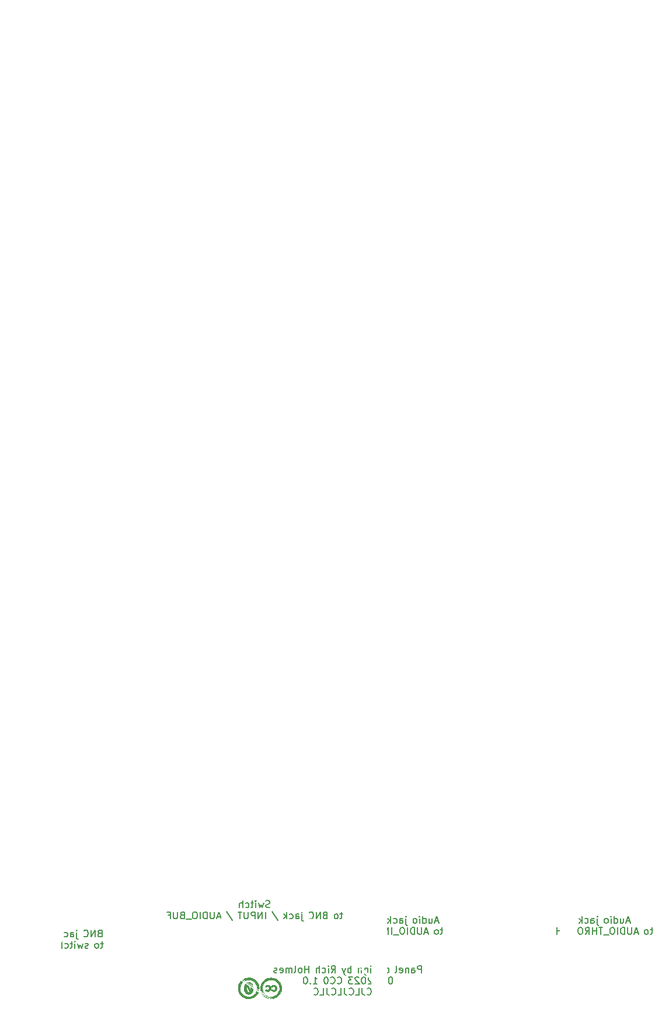
<source format=gbo>
%TF.GenerationSoftware,KiCad,Pcbnew,7.0.0-da2b9df05c~163~ubuntu22.04.1*%
%TF.CreationDate,2023-02-19T09:56:45-05:00*%
%TF.ProjectId,dso138_panel,64736f31-3338-45f7-9061-6e656c2e6b69,rev?*%
%TF.SameCoordinates,Original*%
%TF.FileFunction,Legend,Bot*%
%TF.FilePolarity,Positive*%
%FSLAX46Y46*%
G04 Gerber Fmt 4.6, Leading zero omitted, Abs format (unit mm)*
G04 Created by KiCad (PCBNEW 7.0.0-da2b9df05c~163~ubuntu22.04.1) date 2023-02-19 09:56:45*
%MOMM*%
%LPD*%
G01*
G04 APERTURE LIST*
G04 Aperture macros list*
%AMFreePoly0*
4,1,179,8.575837,8.706056,9.155382,8.628115,9.728426,8.511638,10.292411,8.357147,10.844818,8.165330,11.383179,7.937045,11.905090,7.673312,12.408221,7.375307,12.890323,7.044363,13.349244,6.681957,13.782934,6.289707,14.189456,5.869366,14.566995,5.422812,14.913864,4.952037,15.228514,4.459146,15.509540,3.946339,15.755687,3.415906,15.965855,2.870218,16.139105,2.311710,16.274665,1.742877,
16.371928,1.166261,16.430460,0.584436,16.450000,0.000000,16.430460,-0.584436,16.371928,-1.166261,16.274665,-1.742877,16.139105,-2.311710,15.965855,-2.870218,15.755687,-3.415906,15.509540,-3.946339,15.228514,-4.459146,14.913864,-4.952037,14.566995,-5.422812,14.189456,-5.869366,13.782934,-6.289707,13.349244,-6.681957,12.890323,-7.044363,12.408221,-7.375307,11.905090,-7.673312,11.383179,-7.937045,
10.844818,-8.165330,10.292411,-8.357147,9.728426,-8.511638,9.155382,-8.628115,8.575837,-8.706056,7.992381,-8.745114,7.407619,-8.745114,6.824163,-8.706056,6.244618,-8.628115,5.671574,-8.511638,5.107589,-8.357147,4.555182,-8.165330,4.016821,-7.937045,3.494910,-7.673312,2.991779,-7.375307,2.509677,-7.044363,2.050756,-6.681957,1.617066,-6.289707,1.210544,-5.869366,0.833005,-5.422812,
0.486136,-4.952037,0.171486,-4.459146,-0.109540,-3.946339,-0.355687,-3.415906,-0.565855,-2.870218,-0.739105,-2.311710,-0.874665,-1.742877,-0.971928,-1.166261,-1.030460,-0.584436,-1.050000,0.000000,1.045117,0.000000,1.064644,-0.509426,1.123109,-1.015863,1.220171,-1.516338,1.355259,-2.007915,1.527580,-2.487709,1.736123,-2.952904,1.979665,-3.400770,2.256776,-3.828678,2.565830,-4.234119,
2.905013,-4.614712,3.272335,-4.968224,3.665641,-5.292581,4.082622,-5.585879,4.520831,-5.846396,4.977696,-6.072605,5.450537,-6.263177,5.936579,-6.416994,6.432969,-6.533154,6.936795,-6.610975,7.445100,-6.650000,7.954900,-6.650000,8.463205,-6.610975,8.967031,-6.533154,9.463421,-6.416994,9.949463,-6.263177,10.422304,-6.072605,10.879169,-5.846396,11.317378,-5.585879,11.734359,-5.292581,
12.127665,-4.968224,12.494987,-4.614712,12.834170,-4.234119,13.143224,-3.828678,13.420335,-3.400770,13.663877,-2.952904,13.872420,-2.487709,14.044741,-2.007915,14.179829,-1.516338,14.276891,-1.015863,14.335356,-0.509426,14.354883,0.000000,14.335356,0.509426,14.276891,1.015863,14.179829,1.516338,14.044741,2.007915,13.872420,2.487709,13.663877,2.952904,13.420335,3.400770,13.143224,3.828678,
12.834170,4.234119,12.494987,4.614712,12.127665,4.968224,11.734359,5.292581,11.317378,5.585879,10.879169,5.846396,10.422304,6.072605,9.949463,6.263177,9.463421,6.416994,8.967031,6.533154,8.463205,6.610975,7.954900,6.650000,7.445100,6.650000,6.936795,6.610975,6.432969,6.533154,5.936579,6.416994,5.450537,6.263177,4.977696,6.072605,4.520831,5.846396,4.082622,5.585879,
3.665641,5.292581,3.272335,4.968224,2.905013,4.614712,2.565830,4.234119,2.256776,3.828678,1.979665,3.400770,1.736123,2.952904,1.527580,2.487709,1.355259,2.007915,1.220171,1.516338,1.123109,1.015863,1.064644,0.509426,1.045117,0.000000,-1.050000,0.000000,-1.030460,0.584436,-0.971928,1.166261,-0.874665,1.742877,-0.739105,2.311710,-0.565855,2.870218,-0.355687,3.415906,
-0.109540,3.946339,0.171486,4.459146,0.486136,4.952037,0.833005,5.422812,1.210544,5.869366,1.617066,6.289707,2.050756,6.681957,2.509677,7.044363,2.991779,7.375307,3.494910,7.673312,4.016821,7.937045,4.555182,8.165330,5.107589,8.357147,5.671574,8.511638,6.244618,8.628115,6.824163,8.706056,7.407619,8.745114,7.992381,8.745114,8.575837,8.706056,8.575837,8.706056,
$1*%
%AMFreePoly1*
4,1,159,6.626847,7.030287,7.150748,6.971257,7.668773,6.873242,8.178024,6.736788,8.675654,6.562660,9.158880,6.351831,9.625000,6.105479,10.071406,5.824983,10.495603,5.511912,10.895218,5.168016,11.268016,4.795218,11.611912,4.395603,11.924983,3.971406,12.205479,3.525000,12.451831,3.058880,12.662660,2.575654,12.836788,2.078024,12.973242,1.568773,13.071257,1.050748,13.130287,0.526847,
13.150000,0.000000,13.130287,-0.526847,13.071257,-1.050748,12.973242,-1.568773,12.836788,-2.078024,12.662660,-2.575654,12.451831,-3.058880,12.205479,-3.525000,11.924983,-3.971406,11.611912,-4.395603,11.268016,-4.795218,10.895218,-5.168016,10.495603,-5.511912,10.071406,-5.824983,9.625000,-6.105479,9.158880,-6.351831,8.675654,-6.562660,8.178024,-6.736788,7.668773,-6.873242,7.150748,-6.971257,
6.626847,-7.030287,6.100000,-7.050000,5.573153,-7.030287,5.049252,-6.971257,4.531227,-6.873242,4.021976,-6.736788,3.524346,-6.562660,3.041120,-6.351831,2.575000,-6.105479,2.128594,-5.824983,1.704397,-5.511912,1.304782,-5.168016,0.931984,-4.795218,0.588088,-4.395603,0.275017,-3.971406,-0.005479,-3.525000,-0.251831,-3.058880,-0.462660,-2.575654,-0.636788,-2.078024,-0.773242,-1.568773,
-0.871257,-1.050748,-0.930287,-0.526847,-0.950000,0.000000,0.945094,0.000000,0.964710,-0.449280,1.023409,-0.895140,1.120743,-1.334188,1.255973,-1.763082,1.428069,-2.178557,1.635720,-2.577453,1.877348,-2.956733,2.151113,-3.313510,2.454931,-3.645069,2.786490,-3.948887,3.143267,-4.222652,3.522547,-4.464280,3.921443,-4.671931,4.336918,-4.844027,4.765812,-4.979257,5.204860,-5.076591,
5.650720,-5.135290,6.100000,-5.154906,6.549280,-5.135290,6.995140,-5.076591,7.434188,-4.979257,7.863082,-4.844027,8.278557,-4.671931,8.677453,-4.464280,9.056733,-4.222652,9.413510,-3.948887,9.745069,-3.645069,10.048887,-3.313510,10.322652,-2.956733,10.564280,-2.577453,10.771931,-2.178557,10.944027,-1.763082,11.079257,-1.334188,11.176591,-0.895140,11.235290,-0.449280,11.254906,0.000000,
11.235290,0.449280,11.176591,0.895140,11.079257,1.334188,10.944027,1.763082,10.771931,2.178557,10.564280,2.577453,10.322652,2.956733,10.048887,3.313510,9.745069,3.645069,9.413510,3.948887,9.056733,4.222652,8.677453,4.464280,8.278557,4.671931,7.863082,4.844027,7.434188,4.979257,6.995140,5.076591,6.549280,5.135290,6.100000,5.154906,5.650720,5.135290,5.204860,5.076591,
4.765812,4.979257,4.336918,4.844027,3.921443,4.671931,3.522547,4.464280,3.143267,4.222652,2.786490,3.948887,2.454931,3.645069,2.151113,3.313510,1.877348,2.956733,1.635720,2.577453,1.428069,2.178557,1.255973,1.763082,1.120743,1.334188,1.023409,0.895140,0.964710,0.449280,0.945094,0.000000,-0.950000,0.000000,-0.930287,0.526847,-0.871257,1.050748,-0.773242,1.568773,
-0.636788,2.078024,-0.462660,2.575654,-0.251831,3.058880,-0.005479,3.525000,0.275017,3.971406,0.588088,4.395603,0.931984,4.795218,1.304782,5.168016,1.704397,5.511912,2.128594,5.824983,2.575000,6.105479,3.041120,6.351831,3.524346,6.562660,4.021976,6.736788,4.531227,6.873242,5.049252,6.971257,5.573153,7.030287,6.100000,7.050000,6.626847,7.030287,6.626847,7.030287,
$1*%
%AMFreePoly2*
4,1,137,5.198598,5.455452,5.658736,5.376554,6.110525,5.258917,6.550711,5.103390,6.976121,4.911092,7.383690,4.683410,7.770482,4.421984,8.133711,4.128698,8.470759,3.805664,8.779197,3.455210,9.056803,3.079861,9.301578,2.682322,9.511757,2.265457,9.685826,1.832269,9.822531,1.385879,9.920888,0.929505,9.980186,0.466433,10.000000,0.000000,9.980186,-0.466433,9.920888,-0.929505,
9.822531,-1.385879,9.685826,-1.832269,9.511757,-2.265457,9.301578,-2.682322,9.056803,-3.079861,8.779197,-3.455210,8.470759,-3.805664,8.133711,-4.128698,7.770482,-4.421984,7.383690,-4.683410,6.976121,-4.911092,6.550711,-5.103390,6.110525,-5.258917,5.658736,-5.376554,5.198598,-5.455452,4.733427,-5.495044,4.266573,-5.495044,3.801402,-5.455452,3.341264,-5.376554,2.889475,-5.258917,
2.449289,-5.103390,2.023879,-4.911092,1.616310,-4.683410,1.229518,-4.421984,0.866289,-4.128698,0.529241,-3.805664,0.220803,-3.455210,-0.056803,-3.079861,-0.301578,-2.682322,-0.511757,-2.265457,-0.685826,-1.832269,-0.822531,-1.385879,-0.920888,-0.929505,-0.980186,-0.466433,-1.000000,0.000000,0.995197,0.000000,1.014397,-0.366352,1.071785,-0.728690,1.166734,-1.083044,1.298203,-1.425532,
1.464752,-1.752402,1.664555,-2.060072,1.895424,-2.345171,2.154829,-2.604576,2.439928,-2.835445,2.747598,-3.035248,3.074468,-3.201797,3.416956,-3.333266,3.771310,-3.428215,4.133648,-3.485603,4.500000,-3.504803,4.866352,-3.485603,5.228690,-3.428215,5.583044,-3.333266,5.925532,-3.201797,6.252402,-3.035248,6.560072,-2.835445,6.845171,-2.604576,7.104576,-2.345171,7.335445,-2.060072,
7.535248,-1.752402,7.701797,-1.425532,7.833266,-1.083044,7.928215,-0.728690,7.985603,-0.366352,8.004803,0.000000,7.985603,0.366352,7.928215,0.728690,7.833266,1.083044,7.701797,1.425532,7.535248,1.752401,7.335445,2.060072,7.104576,2.345171,6.845171,2.604576,6.560072,2.835445,6.252402,3.035248,5.925532,3.201797,5.583044,3.333266,5.228690,3.428215,4.866352,3.485603,
4.500000,3.504803,4.133648,3.485603,3.771310,3.428215,3.416956,3.333266,3.074468,3.201797,2.747599,3.035248,2.439928,2.835445,2.154829,2.604576,1.895424,2.345171,1.664555,2.060072,1.464752,1.752401,1.298203,1.425532,1.166734,1.083044,1.071785,0.728690,1.014397,0.366352,0.995197,0.000000,-1.000000,0.000000,-0.980186,0.466433,-0.920888,0.929505,-0.822531,1.385879,
-0.685826,1.832269,-0.511757,2.265457,-0.301578,2.682322,-0.056803,3.079861,0.220803,3.455210,0.529241,3.805664,0.866289,4.128698,1.229518,4.421984,1.616310,4.683410,2.023879,4.911092,2.449289,5.103390,2.889475,5.258917,3.341264,5.376554,3.801402,5.455452,4.266573,5.495044,4.733427,5.495044,5.198598,5.455452,5.198598,5.455452,$1*%
G04 Aperture macros list end*
%ADD10C,0.150000*%
%ADD11C,0.010000*%
%ADD12C,5.000000*%
%ADD13C,4.500000*%
%ADD14C,5.400000*%
%ADD15FreePoly0,0.000000*%
%ADD16C,0.800000*%
%ADD17FreePoly1,0.000000*%
%ADD18FreePoly2,0.000000*%
%ADD19O,6.800000X4.000000*%
G04 APERTURE END LIST*
D10*
X89464285Y-184259761D02*
X89321428Y-184307380D01*
X89321428Y-184307380D02*
X89083333Y-184307380D01*
X89083333Y-184307380D02*
X88988095Y-184259761D01*
X88988095Y-184259761D02*
X88940476Y-184212142D01*
X88940476Y-184212142D02*
X88892857Y-184116904D01*
X88892857Y-184116904D02*
X88892857Y-184021666D01*
X88892857Y-184021666D02*
X88940476Y-183926428D01*
X88940476Y-183926428D02*
X88988095Y-183878809D01*
X88988095Y-183878809D02*
X89083333Y-183831190D01*
X89083333Y-183831190D02*
X89273809Y-183783571D01*
X89273809Y-183783571D02*
X89369047Y-183735952D01*
X89369047Y-183735952D02*
X89416666Y-183688333D01*
X89416666Y-183688333D02*
X89464285Y-183593095D01*
X89464285Y-183593095D02*
X89464285Y-183497857D01*
X89464285Y-183497857D02*
X89416666Y-183402619D01*
X89416666Y-183402619D02*
X89369047Y-183355000D01*
X89369047Y-183355000D02*
X89273809Y-183307380D01*
X89273809Y-183307380D02*
X89035714Y-183307380D01*
X89035714Y-183307380D02*
X88892857Y-183355000D01*
X88559523Y-183640714D02*
X88369047Y-184307380D01*
X88369047Y-184307380D02*
X88178571Y-183831190D01*
X88178571Y-183831190D02*
X87988095Y-184307380D01*
X87988095Y-184307380D02*
X87797619Y-183640714D01*
X87416666Y-184307380D02*
X87416666Y-183640714D01*
X87416666Y-183307380D02*
X87464285Y-183355000D01*
X87464285Y-183355000D02*
X87416666Y-183402619D01*
X87416666Y-183402619D02*
X87369047Y-183355000D01*
X87369047Y-183355000D02*
X87416666Y-183307380D01*
X87416666Y-183307380D02*
X87416666Y-183402619D01*
X87083333Y-183640714D02*
X86702381Y-183640714D01*
X86940476Y-183307380D02*
X86940476Y-184164523D01*
X86940476Y-184164523D02*
X86892857Y-184259761D01*
X86892857Y-184259761D02*
X86797619Y-184307380D01*
X86797619Y-184307380D02*
X86702381Y-184307380D01*
X85940476Y-184259761D02*
X86035714Y-184307380D01*
X86035714Y-184307380D02*
X86226190Y-184307380D01*
X86226190Y-184307380D02*
X86321428Y-184259761D01*
X86321428Y-184259761D02*
X86369047Y-184212142D01*
X86369047Y-184212142D02*
X86416666Y-184116904D01*
X86416666Y-184116904D02*
X86416666Y-183831190D01*
X86416666Y-183831190D02*
X86369047Y-183735952D01*
X86369047Y-183735952D02*
X86321428Y-183688333D01*
X86321428Y-183688333D02*
X86226190Y-183640714D01*
X86226190Y-183640714D02*
X86035714Y-183640714D01*
X86035714Y-183640714D02*
X85940476Y-183688333D01*
X85511904Y-184307380D02*
X85511904Y-183307380D01*
X85083333Y-184307380D02*
X85083333Y-183783571D01*
X85083333Y-183783571D02*
X85130952Y-183688333D01*
X85130952Y-183688333D02*
X85226190Y-183640714D01*
X85226190Y-183640714D02*
X85369047Y-183640714D01*
X85369047Y-183640714D02*
X85464285Y-183688333D01*
X85464285Y-183688333D02*
X85511904Y-183735952D01*
X100002380Y-185260714D02*
X99621428Y-185260714D01*
X99859523Y-184927380D02*
X99859523Y-185784523D01*
X99859523Y-185784523D02*
X99811904Y-185879761D01*
X99811904Y-185879761D02*
X99716666Y-185927380D01*
X99716666Y-185927380D02*
X99621428Y-185927380D01*
X99145237Y-185927380D02*
X99240475Y-185879761D01*
X99240475Y-185879761D02*
X99288094Y-185832142D01*
X99288094Y-185832142D02*
X99335713Y-185736904D01*
X99335713Y-185736904D02*
X99335713Y-185451190D01*
X99335713Y-185451190D02*
X99288094Y-185355952D01*
X99288094Y-185355952D02*
X99240475Y-185308333D01*
X99240475Y-185308333D02*
X99145237Y-185260714D01*
X99145237Y-185260714D02*
X99002380Y-185260714D01*
X99002380Y-185260714D02*
X98907142Y-185308333D01*
X98907142Y-185308333D02*
X98859523Y-185355952D01*
X98859523Y-185355952D02*
X98811904Y-185451190D01*
X98811904Y-185451190D02*
X98811904Y-185736904D01*
X98811904Y-185736904D02*
X98859523Y-185832142D01*
X98859523Y-185832142D02*
X98907142Y-185879761D01*
X98907142Y-185879761D02*
X99002380Y-185927380D01*
X99002380Y-185927380D02*
X99145237Y-185927380D01*
X97449999Y-185403571D02*
X97307142Y-185451190D01*
X97307142Y-185451190D02*
X97259523Y-185498809D01*
X97259523Y-185498809D02*
X97211904Y-185594047D01*
X97211904Y-185594047D02*
X97211904Y-185736904D01*
X97211904Y-185736904D02*
X97259523Y-185832142D01*
X97259523Y-185832142D02*
X97307142Y-185879761D01*
X97307142Y-185879761D02*
X97402380Y-185927380D01*
X97402380Y-185927380D02*
X97783332Y-185927380D01*
X97783332Y-185927380D02*
X97783332Y-184927380D01*
X97783332Y-184927380D02*
X97449999Y-184927380D01*
X97449999Y-184927380D02*
X97354761Y-184975000D01*
X97354761Y-184975000D02*
X97307142Y-185022619D01*
X97307142Y-185022619D02*
X97259523Y-185117857D01*
X97259523Y-185117857D02*
X97259523Y-185213095D01*
X97259523Y-185213095D02*
X97307142Y-185308333D01*
X97307142Y-185308333D02*
X97354761Y-185355952D01*
X97354761Y-185355952D02*
X97449999Y-185403571D01*
X97449999Y-185403571D02*
X97783332Y-185403571D01*
X96783332Y-185927380D02*
X96783332Y-184927380D01*
X96783332Y-184927380D02*
X96211904Y-185927380D01*
X96211904Y-185927380D02*
X96211904Y-184927380D01*
X95164285Y-185832142D02*
X95211904Y-185879761D01*
X95211904Y-185879761D02*
X95354761Y-185927380D01*
X95354761Y-185927380D02*
X95449999Y-185927380D01*
X95449999Y-185927380D02*
X95592856Y-185879761D01*
X95592856Y-185879761D02*
X95688094Y-185784523D01*
X95688094Y-185784523D02*
X95735713Y-185689285D01*
X95735713Y-185689285D02*
X95783332Y-185498809D01*
X95783332Y-185498809D02*
X95783332Y-185355952D01*
X95783332Y-185355952D02*
X95735713Y-185165476D01*
X95735713Y-185165476D02*
X95688094Y-185070238D01*
X95688094Y-185070238D02*
X95592856Y-184975000D01*
X95592856Y-184975000D02*
X95449999Y-184927380D01*
X95449999Y-184927380D02*
X95354761Y-184927380D01*
X95354761Y-184927380D02*
X95211904Y-184975000D01*
X95211904Y-184975000D02*
X95164285Y-185022619D01*
X94135713Y-185260714D02*
X94135713Y-186117857D01*
X94135713Y-186117857D02*
X94183332Y-186213095D01*
X94183332Y-186213095D02*
X94278570Y-186260714D01*
X94278570Y-186260714D02*
X94326189Y-186260714D01*
X94135713Y-184927380D02*
X94183332Y-184975000D01*
X94183332Y-184975000D02*
X94135713Y-185022619D01*
X94135713Y-185022619D02*
X94088094Y-184975000D01*
X94088094Y-184975000D02*
X94135713Y-184927380D01*
X94135713Y-184927380D02*
X94135713Y-185022619D01*
X93230952Y-185927380D02*
X93230952Y-185403571D01*
X93230952Y-185403571D02*
X93278571Y-185308333D01*
X93278571Y-185308333D02*
X93373809Y-185260714D01*
X93373809Y-185260714D02*
X93564285Y-185260714D01*
X93564285Y-185260714D02*
X93659523Y-185308333D01*
X93230952Y-185879761D02*
X93326190Y-185927380D01*
X93326190Y-185927380D02*
X93564285Y-185927380D01*
X93564285Y-185927380D02*
X93659523Y-185879761D01*
X93659523Y-185879761D02*
X93707142Y-185784523D01*
X93707142Y-185784523D02*
X93707142Y-185689285D01*
X93707142Y-185689285D02*
X93659523Y-185594047D01*
X93659523Y-185594047D02*
X93564285Y-185546428D01*
X93564285Y-185546428D02*
X93326190Y-185546428D01*
X93326190Y-185546428D02*
X93230952Y-185498809D01*
X92326190Y-185879761D02*
X92421428Y-185927380D01*
X92421428Y-185927380D02*
X92611904Y-185927380D01*
X92611904Y-185927380D02*
X92707142Y-185879761D01*
X92707142Y-185879761D02*
X92754761Y-185832142D01*
X92754761Y-185832142D02*
X92802380Y-185736904D01*
X92802380Y-185736904D02*
X92802380Y-185451190D01*
X92802380Y-185451190D02*
X92754761Y-185355952D01*
X92754761Y-185355952D02*
X92707142Y-185308333D01*
X92707142Y-185308333D02*
X92611904Y-185260714D01*
X92611904Y-185260714D02*
X92421428Y-185260714D01*
X92421428Y-185260714D02*
X92326190Y-185308333D01*
X91897618Y-185927380D02*
X91897618Y-184927380D01*
X91802380Y-185546428D02*
X91516666Y-185927380D01*
X91516666Y-185260714D02*
X91897618Y-185641666D01*
X89773809Y-184879761D02*
X90630951Y-186165476D01*
X88840475Y-185927380D02*
X88840475Y-184927380D01*
X88364285Y-185927380D02*
X88364285Y-184927380D01*
X88364285Y-184927380D02*
X87792857Y-185927380D01*
X87792857Y-185927380D02*
X87792857Y-184927380D01*
X87316666Y-185927380D02*
X87316666Y-184927380D01*
X87316666Y-184927380D02*
X86935714Y-184927380D01*
X86935714Y-184927380D02*
X86840476Y-184975000D01*
X86840476Y-184975000D02*
X86792857Y-185022619D01*
X86792857Y-185022619D02*
X86745238Y-185117857D01*
X86745238Y-185117857D02*
X86745238Y-185260714D01*
X86745238Y-185260714D02*
X86792857Y-185355952D01*
X86792857Y-185355952D02*
X86840476Y-185403571D01*
X86840476Y-185403571D02*
X86935714Y-185451190D01*
X86935714Y-185451190D02*
X87316666Y-185451190D01*
X86316666Y-184927380D02*
X86316666Y-185736904D01*
X86316666Y-185736904D02*
X86269047Y-185832142D01*
X86269047Y-185832142D02*
X86221428Y-185879761D01*
X86221428Y-185879761D02*
X86126190Y-185927380D01*
X86126190Y-185927380D02*
X85935714Y-185927380D01*
X85935714Y-185927380D02*
X85840476Y-185879761D01*
X85840476Y-185879761D02*
X85792857Y-185832142D01*
X85792857Y-185832142D02*
X85745238Y-185736904D01*
X85745238Y-185736904D02*
X85745238Y-184927380D01*
X85411904Y-184927380D02*
X84840476Y-184927380D01*
X85126190Y-185927380D02*
X85126190Y-184927380D01*
X83192857Y-184879761D02*
X84049999Y-186165476D01*
X82307142Y-185641666D02*
X81830952Y-185641666D01*
X82402380Y-185927380D02*
X82069047Y-184927380D01*
X82069047Y-184927380D02*
X81735714Y-185927380D01*
X81402380Y-184927380D02*
X81402380Y-185736904D01*
X81402380Y-185736904D02*
X81354761Y-185832142D01*
X81354761Y-185832142D02*
X81307142Y-185879761D01*
X81307142Y-185879761D02*
X81211904Y-185927380D01*
X81211904Y-185927380D02*
X81021428Y-185927380D01*
X81021428Y-185927380D02*
X80926190Y-185879761D01*
X80926190Y-185879761D02*
X80878571Y-185832142D01*
X80878571Y-185832142D02*
X80830952Y-185736904D01*
X80830952Y-185736904D02*
X80830952Y-184927380D01*
X80354761Y-185927380D02*
X80354761Y-184927380D01*
X80354761Y-184927380D02*
X80116666Y-184927380D01*
X80116666Y-184927380D02*
X79973809Y-184975000D01*
X79973809Y-184975000D02*
X79878571Y-185070238D01*
X79878571Y-185070238D02*
X79830952Y-185165476D01*
X79830952Y-185165476D02*
X79783333Y-185355952D01*
X79783333Y-185355952D02*
X79783333Y-185498809D01*
X79783333Y-185498809D02*
X79830952Y-185689285D01*
X79830952Y-185689285D02*
X79878571Y-185784523D01*
X79878571Y-185784523D02*
X79973809Y-185879761D01*
X79973809Y-185879761D02*
X80116666Y-185927380D01*
X80116666Y-185927380D02*
X80354761Y-185927380D01*
X79354761Y-185927380D02*
X79354761Y-184927380D01*
X78688095Y-184927380D02*
X78497619Y-184927380D01*
X78497619Y-184927380D02*
X78402381Y-184975000D01*
X78402381Y-184975000D02*
X78307143Y-185070238D01*
X78307143Y-185070238D02*
X78259524Y-185260714D01*
X78259524Y-185260714D02*
X78259524Y-185594047D01*
X78259524Y-185594047D02*
X78307143Y-185784523D01*
X78307143Y-185784523D02*
X78402381Y-185879761D01*
X78402381Y-185879761D02*
X78497619Y-185927380D01*
X78497619Y-185927380D02*
X78688095Y-185927380D01*
X78688095Y-185927380D02*
X78783333Y-185879761D01*
X78783333Y-185879761D02*
X78878571Y-185784523D01*
X78878571Y-185784523D02*
X78926190Y-185594047D01*
X78926190Y-185594047D02*
X78926190Y-185260714D01*
X78926190Y-185260714D02*
X78878571Y-185070238D01*
X78878571Y-185070238D02*
X78783333Y-184975000D01*
X78783333Y-184975000D02*
X78688095Y-184927380D01*
X78069048Y-186022619D02*
X77307143Y-186022619D01*
X76735714Y-185403571D02*
X76592857Y-185451190D01*
X76592857Y-185451190D02*
X76545238Y-185498809D01*
X76545238Y-185498809D02*
X76497619Y-185594047D01*
X76497619Y-185594047D02*
X76497619Y-185736904D01*
X76497619Y-185736904D02*
X76545238Y-185832142D01*
X76545238Y-185832142D02*
X76592857Y-185879761D01*
X76592857Y-185879761D02*
X76688095Y-185927380D01*
X76688095Y-185927380D02*
X77069047Y-185927380D01*
X77069047Y-185927380D02*
X77069047Y-184927380D01*
X77069047Y-184927380D02*
X76735714Y-184927380D01*
X76735714Y-184927380D02*
X76640476Y-184975000D01*
X76640476Y-184975000D02*
X76592857Y-185022619D01*
X76592857Y-185022619D02*
X76545238Y-185117857D01*
X76545238Y-185117857D02*
X76545238Y-185213095D01*
X76545238Y-185213095D02*
X76592857Y-185308333D01*
X76592857Y-185308333D02*
X76640476Y-185355952D01*
X76640476Y-185355952D02*
X76735714Y-185403571D01*
X76735714Y-185403571D02*
X77069047Y-185403571D01*
X76069047Y-184927380D02*
X76069047Y-185736904D01*
X76069047Y-185736904D02*
X76021428Y-185832142D01*
X76021428Y-185832142D02*
X75973809Y-185879761D01*
X75973809Y-185879761D02*
X75878571Y-185927380D01*
X75878571Y-185927380D02*
X75688095Y-185927380D01*
X75688095Y-185927380D02*
X75592857Y-185879761D01*
X75592857Y-185879761D02*
X75545238Y-185832142D01*
X75545238Y-185832142D02*
X75497619Y-185736904D01*
X75497619Y-185736904D02*
X75497619Y-184927380D01*
X74688095Y-185403571D02*
X75021428Y-185403571D01*
X75021428Y-185927380D02*
X75021428Y-184927380D01*
X75021428Y-184927380D02*
X74545238Y-184927380D01*
X111476190Y-193747380D02*
X111476190Y-192747380D01*
X111476190Y-192747380D02*
X111095238Y-192747380D01*
X111095238Y-192747380D02*
X111000000Y-192795000D01*
X111000000Y-192795000D02*
X110952381Y-192842619D01*
X110952381Y-192842619D02*
X110904762Y-192937857D01*
X110904762Y-192937857D02*
X110904762Y-193080714D01*
X110904762Y-193080714D02*
X110952381Y-193175952D01*
X110952381Y-193175952D02*
X111000000Y-193223571D01*
X111000000Y-193223571D02*
X111095238Y-193271190D01*
X111095238Y-193271190D02*
X111476190Y-193271190D01*
X110047619Y-193747380D02*
X110047619Y-193223571D01*
X110047619Y-193223571D02*
X110095238Y-193128333D01*
X110095238Y-193128333D02*
X110190476Y-193080714D01*
X110190476Y-193080714D02*
X110380952Y-193080714D01*
X110380952Y-193080714D02*
X110476190Y-193128333D01*
X110047619Y-193699761D02*
X110142857Y-193747380D01*
X110142857Y-193747380D02*
X110380952Y-193747380D01*
X110380952Y-193747380D02*
X110476190Y-193699761D01*
X110476190Y-193699761D02*
X110523809Y-193604523D01*
X110523809Y-193604523D02*
X110523809Y-193509285D01*
X110523809Y-193509285D02*
X110476190Y-193414047D01*
X110476190Y-193414047D02*
X110380952Y-193366428D01*
X110380952Y-193366428D02*
X110142857Y-193366428D01*
X110142857Y-193366428D02*
X110047619Y-193318809D01*
X109571428Y-193080714D02*
X109571428Y-193747380D01*
X109571428Y-193175952D02*
X109523809Y-193128333D01*
X109523809Y-193128333D02*
X109428571Y-193080714D01*
X109428571Y-193080714D02*
X109285714Y-193080714D01*
X109285714Y-193080714D02*
X109190476Y-193128333D01*
X109190476Y-193128333D02*
X109142857Y-193223571D01*
X109142857Y-193223571D02*
X109142857Y-193747380D01*
X108285714Y-193699761D02*
X108380952Y-193747380D01*
X108380952Y-193747380D02*
X108571428Y-193747380D01*
X108571428Y-193747380D02*
X108666666Y-193699761D01*
X108666666Y-193699761D02*
X108714285Y-193604523D01*
X108714285Y-193604523D02*
X108714285Y-193223571D01*
X108714285Y-193223571D02*
X108666666Y-193128333D01*
X108666666Y-193128333D02*
X108571428Y-193080714D01*
X108571428Y-193080714D02*
X108380952Y-193080714D01*
X108380952Y-193080714D02*
X108285714Y-193128333D01*
X108285714Y-193128333D02*
X108238095Y-193223571D01*
X108238095Y-193223571D02*
X108238095Y-193318809D01*
X108238095Y-193318809D02*
X108714285Y-193414047D01*
X107666666Y-193747380D02*
X107761904Y-193699761D01*
X107761904Y-193699761D02*
X107809523Y-193604523D01*
X107809523Y-193604523D02*
X107809523Y-192747380D01*
X106257142Y-193747380D02*
X106257142Y-192747380D01*
X106257142Y-193699761D02*
X106352380Y-193747380D01*
X106352380Y-193747380D02*
X106542856Y-193747380D01*
X106542856Y-193747380D02*
X106638094Y-193699761D01*
X106638094Y-193699761D02*
X106685713Y-193652142D01*
X106685713Y-193652142D02*
X106733332Y-193556904D01*
X106733332Y-193556904D02*
X106733332Y-193271190D01*
X106733332Y-193271190D02*
X106685713Y-193175952D01*
X106685713Y-193175952D02*
X106638094Y-193128333D01*
X106638094Y-193128333D02*
X106542856Y-193080714D01*
X106542856Y-193080714D02*
X106352380Y-193080714D01*
X106352380Y-193080714D02*
X106257142Y-193128333D01*
X105399999Y-193699761D02*
X105495237Y-193747380D01*
X105495237Y-193747380D02*
X105685713Y-193747380D01*
X105685713Y-193747380D02*
X105780951Y-193699761D01*
X105780951Y-193699761D02*
X105828570Y-193604523D01*
X105828570Y-193604523D02*
X105828570Y-193223571D01*
X105828570Y-193223571D02*
X105780951Y-193128333D01*
X105780951Y-193128333D02*
X105685713Y-193080714D01*
X105685713Y-193080714D02*
X105495237Y-193080714D01*
X105495237Y-193080714D02*
X105399999Y-193128333D01*
X105399999Y-193128333D02*
X105352380Y-193223571D01*
X105352380Y-193223571D02*
X105352380Y-193318809D01*
X105352380Y-193318809D02*
X105828570Y-193414047D01*
X104971427Y-193699761D02*
X104876189Y-193747380D01*
X104876189Y-193747380D02*
X104685713Y-193747380D01*
X104685713Y-193747380D02*
X104590475Y-193699761D01*
X104590475Y-193699761D02*
X104542856Y-193604523D01*
X104542856Y-193604523D02*
X104542856Y-193556904D01*
X104542856Y-193556904D02*
X104590475Y-193461666D01*
X104590475Y-193461666D02*
X104685713Y-193414047D01*
X104685713Y-193414047D02*
X104828570Y-193414047D01*
X104828570Y-193414047D02*
X104923808Y-193366428D01*
X104923808Y-193366428D02*
X104971427Y-193271190D01*
X104971427Y-193271190D02*
X104971427Y-193223571D01*
X104971427Y-193223571D02*
X104923808Y-193128333D01*
X104923808Y-193128333D02*
X104828570Y-193080714D01*
X104828570Y-193080714D02*
X104685713Y-193080714D01*
X104685713Y-193080714D02*
X104590475Y-193128333D01*
X104114284Y-193747380D02*
X104114284Y-193080714D01*
X104114284Y-192747380D02*
X104161903Y-192795000D01*
X104161903Y-192795000D02*
X104114284Y-192842619D01*
X104114284Y-192842619D02*
X104066665Y-192795000D01*
X104066665Y-192795000D02*
X104114284Y-192747380D01*
X104114284Y-192747380D02*
X104114284Y-192842619D01*
X103209523Y-193080714D02*
X103209523Y-193890238D01*
X103209523Y-193890238D02*
X103257142Y-193985476D01*
X103257142Y-193985476D02*
X103304761Y-194033095D01*
X103304761Y-194033095D02*
X103399999Y-194080714D01*
X103399999Y-194080714D02*
X103542856Y-194080714D01*
X103542856Y-194080714D02*
X103638094Y-194033095D01*
X103209523Y-193699761D02*
X103304761Y-193747380D01*
X103304761Y-193747380D02*
X103495237Y-193747380D01*
X103495237Y-193747380D02*
X103590475Y-193699761D01*
X103590475Y-193699761D02*
X103638094Y-193652142D01*
X103638094Y-193652142D02*
X103685713Y-193556904D01*
X103685713Y-193556904D02*
X103685713Y-193271190D01*
X103685713Y-193271190D02*
X103638094Y-193175952D01*
X103638094Y-193175952D02*
X103590475Y-193128333D01*
X103590475Y-193128333D02*
X103495237Y-193080714D01*
X103495237Y-193080714D02*
X103304761Y-193080714D01*
X103304761Y-193080714D02*
X103209523Y-193128333D01*
X102733332Y-193080714D02*
X102733332Y-193747380D01*
X102733332Y-193175952D02*
X102685713Y-193128333D01*
X102685713Y-193128333D02*
X102590475Y-193080714D01*
X102590475Y-193080714D02*
X102447618Y-193080714D01*
X102447618Y-193080714D02*
X102352380Y-193128333D01*
X102352380Y-193128333D02*
X102304761Y-193223571D01*
X102304761Y-193223571D02*
X102304761Y-193747380D01*
X101228570Y-193747380D02*
X101228570Y-192747380D01*
X101228570Y-193128333D02*
X101133332Y-193080714D01*
X101133332Y-193080714D02*
X100942856Y-193080714D01*
X100942856Y-193080714D02*
X100847618Y-193128333D01*
X100847618Y-193128333D02*
X100799999Y-193175952D01*
X100799999Y-193175952D02*
X100752380Y-193271190D01*
X100752380Y-193271190D02*
X100752380Y-193556904D01*
X100752380Y-193556904D02*
X100799999Y-193652142D01*
X100799999Y-193652142D02*
X100847618Y-193699761D01*
X100847618Y-193699761D02*
X100942856Y-193747380D01*
X100942856Y-193747380D02*
X101133332Y-193747380D01*
X101133332Y-193747380D02*
X101228570Y-193699761D01*
X100419046Y-193080714D02*
X100180951Y-193747380D01*
X99942856Y-193080714D02*
X100180951Y-193747380D01*
X100180951Y-193747380D02*
X100276189Y-193985476D01*
X100276189Y-193985476D02*
X100323808Y-194033095D01*
X100323808Y-194033095D02*
X100419046Y-194080714D01*
X98390475Y-193747380D02*
X98723808Y-193271190D01*
X98961903Y-193747380D02*
X98961903Y-192747380D01*
X98961903Y-192747380D02*
X98580951Y-192747380D01*
X98580951Y-192747380D02*
X98485713Y-192795000D01*
X98485713Y-192795000D02*
X98438094Y-192842619D01*
X98438094Y-192842619D02*
X98390475Y-192937857D01*
X98390475Y-192937857D02*
X98390475Y-193080714D01*
X98390475Y-193080714D02*
X98438094Y-193175952D01*
X98438094Y-193175952D02*
X98485713Y-193223571D01*
X98485713Y-193223571D02*
X98580951Y-193271190D01*
X98580951Y-193271190D02*
X98961903Y-193271190D01*
X97961903Y-193747380D02*
X97961903Y-193080714D01*
X97961903Y-192747380D02*
X98009522Y-192795000D01*
X98009522Y-192795000D02*
X97961903Y-192842619D01*
X97961903Y-192842619D02*
X97914284Y-192795000D01*
X97914284Y-192795000D02*
X97961903Y-192747380D01*
X97961903Y-192747380D02*
X97961903Y-192842619D01*
X97057142Y-193699761D02*
X97152380Y-193747380D01*
X97152380Y-193747380D02*
X97342856Y-193747380D01*
X97342856Y-193747380D02*
X97438094Y-193699761D01*
X97438094Y-193699761D02*
X97485713Y-193652142D01*
X97485713Y-193652142D02*
X97533332Y-193556904D01*
X97533332Y-193556904D02*
X97533332Y-193271190D01*
X97533332Y-193271190D02*
X97485713Y-193175952D01*
X97485713Y-193175952D02*
X97438094Y-193128333D01*
X97438094Y-193128333D02*
X97342856Y-193080714D01*
X97342856Y-193080714D02*
X97152380Y-193080714D01*
X97152380Y-193080714D02*
X97057142Y-193128333D01*
X96628570Y-193747380D02*
X96628570Y-192747380D01*
X96199999Y-193747380D02*
X96199999Y-193223571D01*
X96199999Y-193223571D02*
X96247618Y-193128333D01*
X96247618Y-193128333D02*
X96342856Y-193080714D01*
X96342856Y-193080714D02*
X96485713Y-193080714D01*
X96485713Y-193080714D02*
X96580951Y-193128333D01*
X96580951Y-193128333D02*
X96628570Y-193175952D01*
X95123808Y-193747380D02*
X95123808Y-192747380D01*
X95123808Y-193223571D02*
X94552380Y-193223571D01*
X94552380Y-193747380D02*
X94552380Y-192747380D01*
X93933332Y-193747380D02*
X94028570Y-193699761D01*
X94028570Y-193699761D02*
X94076189Y-193652142D01*
X94076189Y-193652142D02*
X94123808Y-193556904D01*
X94123808Y-193556904D02*
X94123808Y-193271190D01*
X94123808Y-193271190D02*
X94076189Y-193175952D01*
X94076189Y-193175952D02*
X94028570Y-193128333D01*
X94028570Y-193128333D02*
X93933332Y-193080714D01*
X93933332Y-193080714D02*
X93790475Y-193080714D01*
X93790475Y-193080714D02*
X93695237Y-193128333D01*
X93695237Y-193128333D02*
X93647618Y-193175952D01*
X93647618Y-193175952D02*
X93599999Y-193271190D01*
X93599999Y-193271190D02*
X93599999Y-193556904D01*
X93599999Y-193556904D02*
X93647618Y-193652142D01*
X93647618Y-193652142D02*
X93695237Y-193699761D01*
X93695237Y-193699761D02*
X93790475Y-193747380D01*
X93790475Y-193747380D02*
X93933332Y-193747380D01*
X93028570Y-193747380D02*
X93123808Y-193699761D01*
X93123808Y-193699761D02*
X93171427Y-193604523D01*
X93171427Y-193604523D02*
X93171427Y-192747380D01*
X92647617Y-193747380D02*
X92647617Y-193080714D01*
X92647617Y-193175952D02*
X92599998Y-193128333D01*
X92599998Y-193128333D02*
X92504760Y-193080714D01*
X92504760Y-193080714D02*
X92361903Y-193080714D01*
X92361903Y-193080714D02*
X92266665Y-193128333D01*
X92266665Y-193128333D02*
X92219046Y-193223571D01*
X92219046Y-193223571D02*
X92219046Y-193747380D01*
X92219046Y-193223571D02*
X92171427Y-193128333D01*
X92171427Y-193128333D02*
X92076189Y-193080714D01*
X92076189Y-193080714D02*
X91933332Y-193080714D01*
X91933332Y-193080714D02*
X91838093Y-193128333D01*
X91838093Y-193128333D02*
X91790474Y-193223571D01*
X91790474Y-193223571D02*
X91790474Y-193747380D01*
X90933332Y-193699761D02*
X91028570Y-193747380D01*
X91028570Y-193747380D02*
X91219046Y-193747380D01*
X91219046Y-193747380D02*
X91314284Y-193699761D01*
X91314284Y-193699761D02*
X91361903Y-193604523D01*
X91361903Y-193604523D02*
X91361903Y-193223571D01*
X91361903Y-193223571D02*
X91314284Y-193128333D01*
X91314284Y-193128333D02*
X91219046Y-193080714D01*
X91219046Y-193080714D02*
X91028570Y-193080714D01*
X91028570Y-193080714D02*
X90933332Y-193128333D01*
X90933332Y-193128333D02*
X90885713Y-193223571D01*
X90885713Y-193223571D02*
X90885713Y-193318809D01*
X90885713Y-193318809D02*
X91361903Y-193414047D01*
X90504760Y-193699761D02*
X90409522Y-193747380D01*
X90409522Y-193747380D02*
X90219046Y-193747380D01*
X90219046Y-193747380D02*
X90123808Y-193699761D01*
X90123808Y-193699761D02*
X90076189Y-193604523D01*
X90076189Y-193604523D02*
X90076189Y-193556904D01*
X90076189Y-193556904D02*
X90123808Y-193461666D01*
X90123808Y-193461666D02*
X90219046Y-193414047D01*
X90219046Y-193414047D02*
X90361903Y-193414047D01*
X90361903Y-193414047D02*
X90457141Y-193366428D01*
X90457141Y-193366428D02*
X90504760Y-193271190D01*
X90504760Y-193271190D02*
X90504760Y-193223571D01*
X90504760Y-193223571D02*
X90457141Y-193128333D01*
X90457141Y-193128333D02*
X90361903Y-193080714D01*
X90361903Y-193080714D02*
X90219046Y-193080714D01*
X90219046Y-193080714D02*
X90123808Y-193128333D01*
X107019047Y-194367380D02*
X106923809Y-194367380D01*
X106923809Y-194367380D02*
X106828571Y-194415000D01*
X106828571Y-194415000D02*
X106780952Y-194462619D01*
X106780952Y-194462619D02*
X106733333Y-194557857D01*
X106733333Y-194557857D02*
X106685714Y-194748333D01*
X106685714Y-194748333D02*
X106685714Y-194986428D01*
X106685714Y-194986428D02*
X106733333Y-195176904D01*
X106733333Y-195176904D02*
X106780952Y-195272142D01*
X106780952Y-195272142D02*
X106828571Y-195319761D01*
X106828571Y-195319761D02*
X106923809Y-195367380D01*
X106923809Y-195367380D02*
X107019047Y-195367380D01*
X107019047Y-195367380D02*
X107114285Y-195319761D01*
X107114285Y-195319761D02*
X107161904Y-195272142D01*
X107161904Y-195272142D02*
X107209523Y-195176904D01*
X107209523Y-195176904D02*
X107257142Y-194986428D01*
X107257142Y-194986428D02*
X107257142Y-194748333D01*
X107257142Y-194748333D02*
X107209523Y-194557857D01*
X107209523Y-194557857D02*
X107161904Y-194462619D01*
X107161904Y-194462619D02*
X107114285Y-194415000D01*
X107114285Y-194415000D02*
X107019047Y-194367380D01*
X106304761Y-194462619D02*
X106257142Y-194415000D01*
X106257142Y-194415000D02*
X106161904Y-194367380D01*
X106161904Y-194367380D02*
X105923809Y-194367380D01*
X105923809Y-194367380D02*
X105828571Y-194415000D01*
X105828571Y-194415000D02*
X105780952Y-194462619D01*
X105780952Y-194462619D02*
X105733333Y-194557857D01*
X105733333Y-194557857D02*
X105733333Y-194653095D01*
X105733333Y-194653095D02*
X105780952Y-194795952D01*
X105780952Y-194795952D02*
X106352380Y-195367380D01*
X106352380Y-195367380D02*
X105733333Y-195367380D01*
X104590476Y-194319761D02*
X105447618Y-195605476D01*
X104304761Y-194462619D02*
X104257142Y-194415000D01*
X104257142Y-194415000D02*
X104161904Y-194367380D01*
X104161904Y-194367380D02*
X103923809Y-194367380D01*
X103923809Y-194367380D02*
X103828571Y-194415000D01*
X103828571Y-194415000D02*
X103780952Y-194462619D01*
X103780952Y-194462619D02*
X103733333Y-194557857D01*
X103733333Y-194557857D02*
X103733333Y-194653095D01*
X103733333Y-194653095D02*
X103780952Y-194795952D01*
X103780952Y-194795952D02*
X104352380Y-195367380D01*
X104352380Y-195367380D02*
X103733333Y-195367380D01*
X103114285Y-194367380D02*
X103019047Y-194367380D01*
X103019047Y-194367380D02*
X102923809Y-194415000D01*
X102923809Y-194415000D02*
X102876190Y-194462619D01*
X102876190Y-194462619D02*
X102828571Y-194557857D01*
X102828571Y-194557857D02*
X102780952Y-194748333D01*
X102780952Y-194748333D02*
X102780952Y-194986428D01*
X102780952Y-194986428D02*
X102828571Y-195176904D01*
X102828571Y-195176904D02*
X102876190Y-195272142D01*
X102876190Y-195272142D02*
X102923809Y-195319761D01*
X102923809Y-195319761D02*
X103019047Y-195367380D01*
X103019047Y-195367380D02*
X103114285Y-195367380D01*
X103114285Y-195367380D02*
X103209523Y-195319761D01*
X103209523Y-195319761D02*
X103257142Y-195272142D01*
X103257142Y-195272142D02*
X103304761Y-195176904D01*
X103304761Y-195176904D02*
X103352380Y-194986428D01*
X103352380Y-194986428D02*
X103352380Y-194748333D01*
X103352380Y-194748333D02*
X103304761Y-194557857D01*
X103304761Y-194557857D02*
X103257142Y-194462619D01*
X103257142Y-194462619D02*
X103209523Y-194415000D01*
X103209523Y-194415000D02*
X103114285Y-194367380D01*
X102399999Y-194462619D02*
X102352380Y-194415000D01*
X102352380Y-194415000D02*
X102257142Y-194367380D01*
X102257142Y-194367380D02*
X102019047Y-194367380D01*
X102019047Y-194367380D02*
X101923809Y-194415000D01*
X101923809Y-194415000D02*
X101876190Y-194462619D01*
X101876190Y-194462619D02*
X101828571Y-194557857D01*
X101828571Y-194557857D02*
X101828571Y-194653095D01*
X101828571Y-194653095D02*
X101876190Y-194795952D01*
X101876190Y-194795952D02*
X102447618Y-195367380D01*
X102447618Y-195367380D02*
X101828571Y-195367380D01*
X101495237Y-194367380D02*
X100876190Y-194367380D01*
X100876190Y-194367380D02*
X101209523Y-194748333D01*
X101209523Y-194748333D02*
X101066666Y-194748333D01*
X101066666Y-194748333D02*
X100971428Y-194795952D01*
X100971428Y-194795952D02*
X100923809Y-194843571D01*
X100923809Y-194843571D02*
X100876190Y-194938809D01*
X100876190Y-194938809D02*
X100876190Y-195176904D01*
X100876190Y-195176904D02*
X100923809Y-195272142D01*
X100923809Y-195272142D02*
X100971428Y-195319761D01*
X100971428Y-195319761D02*
X101066666Y-195367380D01*
X101066666Y-195367380D02*
X101352380Y-195367380D01*
X101352380Y-195367380D02*
X101447618Y-195319761D01*
X101447618Y-195319761D02*
X101495237Y-195272142D01*
X99276190Y-195272142D02*
X99323809Y-195319761D01*
X99323809Y-195319761D02*
X99466666Y-195367380D01*
X99466666Y-195367380D02*
X99561904Y-195367380D01*
X99561904Y-195367380D02*
X99704761Y-195319761D01*
X99704761Y-195319761D02*
X99799999Y-195224523D01*
X99799999Y-195224523D02*
X99847618Y-195129285D01*
X99847618Y-195129285D02*
X99895237Y-194938809D01*
X99895237Y-194938809D02*
X99895237Y-194795952D01*
X99895237Y-194795952D02*
X99847618Y-194605476D01*
X99847618Y-194605476D02*
X99799999Y-194510238D01*
X99799999Y-194510238D02*
X99704761Y-194415000D01*
X99704761Y-194415000D02*
X99561904Y-194367380D01*
X99561904Y-194367380D02*
X99466666Y-194367380D01*
X99466666Y-194367380D02*
X99323809Y-194415000D01*
X99323809Y-194415000D02*
X99276190Y-194462619D01*
X98276190Y-195272142D02*
X98323809Y-195319761D01*
X98323809Y-195319761D02*
X98466666Y-195367380D01*
X98466666Y-195367380D02*
X98561904Y-195367380D01*
X98561904Y-195367380D02*
X98704761Y-195319761D01*
X98704761Y-195319761D02*
X98799999Y-195224523D01*
X98799999Y-195224523D02*
X98847618Y-195129285D01*
X98847618Y-195129285D02*
X98895237Y-194938809D01*
X98895237Y-194938809D02*
X98895237Y-194795952D01*
X98895237Y-194795952D02*
X98847618Y-194605476D01*
X98847618Y-194605476D02*
X98799999Y-194510238D01*
X98799999Y-194510238D02*
X98704761Y-194415000D01*
X98704761Y-194415000D02*
X98561904Y-194367380D01*
X98561904Y-194367380D02*
X98466666Y-194367380D01*
X98466666Y-194367380D02*
X98323809Y-194415000D01*
X98323809Y-194415000D02*
X98276190Y-194462619D01*
X97657142Y-194367380D02*
X97561904Y-194367380D01*
X97561904Y-194367380D02*
X97466666Y-194415000D01*
X97466666Y-194415000D02*
X97419047Y-194462619D01*
X97419047Y-194462619D02*
X97371428Y-194557857D01*
X97371428Y-194557857D02*
X97323809Y-194748333D01*
X97323809Y-194748333D02*
X97323809Y-194986428D01*
X97323809Y-194986428D02*
X97371428Y-195176904D01*
X97371428Y-195176904D02*
X97419047Y-195272142D01*
X97419047Y-195272142D02*
X97466666Y-195319761D01*
X97466666Y-195319761D02*
X97561904Y-195367380D01*
X97561904Y-195367380D02*
X97657142Y-195367380D01*
X97657142Y-195367380D02*
X97752380Y-195319761D01*
X97752380Y-195319761D02*
X97799999Y-195272142D01*
X97799999Y-195272142D02*
X97847618Y-195176904D01*
X97847618Y-195176904D02*
X97895237Y-194986428D01*
X97895237Y-194986428D02*
X97895237Y-194748333D01*
X97895237Y-194748333D02*
X97847618Y-194557857D01*
X97847618Y-194557857D02*
X97799999Y-194462619D01*
X97799999Y-194462619D02*
X97752380Y-194415000D01*
X97752380Y-194415000D02*
X97657142Y-194367380D01*
X95771428Y-195367380D02*
X96342856Y-195367380D01*
X96057142Y-195367380D02*
X96057142Y-194367380D01*
X96057142Y-194367380D02*
X96152380Y-194510238D01*
X96152380Y-194510238D02*
X96247618Y-194605476D01*
X96247618Y-194605476D02*
X96342856Y-194653095D01*
X95342856Y-195272142D02*
X95295237Y-195319761D01*
X95295237Y-195319761D02*
X95342856Y-195367380D01*
X95342856Y-195367380D02*
X95390475Y-195319761D01*
X95390475Y-195319761D02*
X95342856Y-195272142D01*
X95342856Y-195272142D02*
X95342856Y-195367380D01*
X94676190Y-194367380D02*
X94580952Y-194367380D01*
X94580952Y-194367380D02*
X94485714Y-194415000D01*
X94485714Y-194415000D02*
X94438095Y-194462619D01*
X94438095Y-194462619D02*
X94390476Y-194557857D01*
X94390476Y-194557857D02*
X94342857Y-194748333D01*
X94342857Y-194748333D02*
X94342857Y-194986428D01*
X94342857Y-194986428D02*
X94390476Y-195176904D01*
X94390476Y-195176904D02*
X94438095Y-195272142D01*
X94438095Y-195272142D02*
X94485714Y-195319761D01*
X94485714Y-195319761D02*
X94580952Y-195367380D01*
X94580952Y-195367380D02*
X94676190Y-195367380D01*
X94676190Y-195367380D02*
X94771428Y-195319761D01*
X94771428Y-195319761D02*
X94819047Y-195272142D01*
X94819047Y-195272142D02*
X94866666Y-195176904D01*
X94866666Y-195176904D02*
X94914285Y-194986428D01*
X94914285Y-194986428D02*
X94914285Y-194748333D01*
X94914285Y-194748333D02*
X94866666Y-194557857D01*
X94866666Y-194557857D02*
X94819047Y-194462619D01*
X94819047Y-194462619D02*
X94771428Y-194415000D01*
X94771428Y-194415000D02*
X94676190Y-194367380D01*
X105419048Y-195987380D02*
X105419048Y-196701666D01*
X105419048Y-196701666D02*
X105466667Y-196844523D01*
X105466667Y-196844523D02*
X105561905Y-196939761D01*
X105561905Y-196939761D02*
X105704762Y-196987380D01*
X105704762Y-196987380D02*
X105800000Y-196987380D01*
X104466667Y-196987380D02*
X104942857Y-196987380D01*
X104942857Y-196987380D02*
X104942857Y-195987380D01*
X103561905Y-196892142D02*
X103609524Y-196939761D01*
X103609524Y-196939761D02*
X103752381Y-196987380D01*
X103752381Y-196987380D02*
X103847619Y-196987380D01*
X103847619Y-196987380D02*
X103990476Y-196939761D01*
X103990476Y-196939761D02*
X104085714Y-196844523D01*
X104085714Y-196844523D02*
X104133333Y-196749285D01*
X104133333Y-196749285D02*
X104180952Y-196558809D01*
X104180952Y-196558809D02*
X104180952Y-196415952D01*
X104180952Y-196415952D02*
X104133333Y-196225476D01*
X104133333Y-196225476D02*
X104085714Y-196130238D01*
X104085714Y-196130238D02*
X103990476Y-196035000D01*
X103990476Y-196035000D02*
X103847619Y-195987380D01*
X103847619Y-195987380D02*
X103752381Y-195987380D01*
X103752381Y-195987380D02*
X103609524Y-196035000D01*
X103609524Y-196035000D02*
X103561905Y-196082619D01*
X102847619Y-195987380D02*
X102847619Y-196701666D01*
X102847619Y-196701666D02*
X102895238Y-196844523D01*
X102895238Y-196844523D02*
X102990476Y-196939761D01*
X102990476Y-196939761D02*
X103133333Y-196987380D01*
X103133333Y-196987380D02*
X103228571Y-196987380D01*
X101895238Y-196987380D02*
X102371428Y-196987380D01*
X102371428Y-196987380D02*
X102371428Y-195987380D01*
X100990476Y-196892142D02*
X101038095Y-196939761D01*
X101038095Y-196939761D02*
X101180952Y-196987380D01*
X101180952Y-196987380D02*
X101276190Y-196987380D01*
X101276190Y-196987380D02*
X101419047Y-196939761D01*
X101419047Y-196939761D02*
X101514285Y-196844523D01*
X101514285Y-196844523D02*
X101561904Y-196749285D01*
X101561904Y-196749285D02*
X101609523Y-196558809D01*
X101609523Y-196558809D02*
X101609523Y-196415952D01*
X101609523Y-196415952D02*
X101561904Y-196225476D01*
X101561904Y-196225476D02*
X101514285Y-196130238D01*
X101514285Y-196130238D02*
X101419047Y-196035000D01*
X101419047Y-196035000D02*
X101276190Y-195987380D01*
X101276190Y-195987380D02*
X101180952Y-195987380D01*
X101180952Y-195987380D02*
X101038095Y-196035000D01*
X101038095Y-196035000D02*
X100990476Y-196082619D01*
X100276190Y-195987380D02*
X100276190Y-196701666D01*
X100276190Y-196701666D02*
X100323809Y-196844523D01*
X100323809Y-196844523D02*
X100419047Y-196939761D01*
X100419047Y-196939761D02*
X100561904Y-196987380D01*
X100561904Y-196987380D02*
X100657142Y-196987380D01*
X99323809Y-196987380D02*
X99799999Y-196987380D01*
X99799999Y-196987380D02*
X99799999Y-195987380D01*
X98419047Y-196892142D02*
X98466666Y-196939761D01*
X98466666Y-196939761D02*
X98609523Y-196987380D01*
X98609523Y-196987380D02*
X98704761Y-196987380D01*
X98704761Y-196987380D02*
X98847618Y-196939761D01*
X98847618Y-196939761D02*
X98942856Y-196844523D01*
X98942856Y-196844523D02*
X98990475Y-196749285D01*
X98990475Y-196749285D02*
X99038094Y-196558809D01*
X99038094Y-196558809D02*
X99038094Y-196415952D01*
X99038094Y-196415952D02*
X98990475Y-196225476D01*
X98990475Y-196225476D02*
X98942856Y-196130238D01*
X98942856Y-196130238D02*
X98847618Y-196035000D01*
X98847618Y-196035000D02*
X98704761Y-195987380D01*
X98704761Y-195987380D02*
X98609523Y-195987380D01*
X98609523Y-195987380D02*
X98466666Y-196035000D01*
X98466666Y-196035000D02*
X98419047Y-196082619D01*
X97704761Y-195987380D02*
X97704761Y-196701666D01*
X97704761Y-196701666D02*
X97752380Y-196844523D01*
X97752380Y-196844523D02*
X97847618Y-196939761D01*
X97847618Y-196939761D02*
X97990475Y-196987380D01*
X97990475Y-196987380D02*
X98085713Y-196987380D01*
X96752380Y-196987380D02*
X97228570Y-196987380D01*
X97228570Y-196987380D02*
X97228570Y-195987380D01*
X95847618Y-196892142D02*
X95895237Y-196939761D01*
X95895237Y-196939761D02*
X96038094Y-196987380D01*
X96038094Y-196987380D02*
X96133332Y-196987380D01*
X96133332Y-196987380D02*
X96276189Y-196939761D01*
X96276189Y-196939761D02*
X96371427Y-196844523D01*
X96371427Y-196844523D02*
X96419046Y-196749285D01*
X96419046Y-196749285D02*
X96466665Y-196558809D01*
X96466665Y-196558809D02*
X96466665Y-196415952D01*
X96466665Y-196415952D02*
X96419046Y-196225476D01*
X96419046Y-196225476D02*
X96371427Y-196130238D01*
X96371427Y-196130238D02*
X96276189Y-196035000D01*
X96276189Y-196035000D02*
X96133332Y-195987380D01*
X96133332Y-195987380D02*
X96038094Y-195987380D01*
X96038094Y-195987380D02*
X95895237Y-196035000D01*
X95895237Y-196035000D02*
X95847618Y-196082619D01*
X141657142Y-186271666D02*
X141180952Y-186271666D01*
X141752380Y-186557380D02*
X141419047Y-185557380D01*
X141419047Y-185557380D02*
X141085714Y-186557380D01*
X140323809Y-185890714D02*
X140323809Y-186557380D01*
X140752380Y-185890714D02*
X140752380Y-186414523D01*
X140752380Y-186414523D02*
X140704761Y-186509761D01*
X140704761Y-186509761D02*
X140609523Y-186557380D01*
X140609523Y-186557380D02*
X140466666Y-186557380D01*
X140466666Y-186557380D02*
X140371428Y-186509761D01*
X140371428Y-186509761D02*
X140323809Y-186462142D01*
X139419047Y-186557380D02*
X139419047Y-185557380D01*
X139419047Y-186509761D02*
X139514285Y-186557380D01*
X139514285Y-186557380D02*
X139704761Y-186557380D01*
X139704761Y-186557380D02*
X139799999Y-186509761D01*
X139799999Y-186509761D02*
X139847618Y-186462142D01*
X139847618Y-186462142D02*
X139895237Y-186366904D01*
X139895237Y-186366904D02*
X139895237Y-186081190D01*
X139895237Y-186081190D02*
X139847618Y-185985952D01*
X139847618Y-185985952D02*
X139799999Y-185938333D01*
X139799999Y-185938333D02*
X139704761Y-185890714D01*
X139704761Y-185890714D02*
X139514285Y-185890714D01*
X139514285Y-185890714D02*
X139419047Y-185938333D01*
X138942856Y-186557380D02*
X138942856Y-185890714D01*
X138942856Y-185557380D02*
X138990475Y-185605000D01*
X138990475Y-185605000D02*
X138942856Y-185652619D01*
X138942856Y-185652619D02*
X138895237Y-185605000D01*
X138895237Y-185605000D02*
X138942856Y-185557380D01*
X138942856Y-185557380D02*
X138942856Y-185652619D01*
X138323809Y-186557380D02*
X138419047Y-186509761D01*
X138419047Y-186509761D02*
X138466666Y-186462142D01*
X138466666Y-186462142D02*
X138514285Y-186366904D01*
X138514285Y-186366904D02*
X138514285Y-186081190D01*
X138514285Y-186081190D02*
X138466666Y-185985952D01*
X138466666Y-185985952D02*
X138419047Y-185938333D01*
X138419047Y-185938333D02*
X138323809Y-185890714D01*
X138323809Y-185890714D02*
X138180952Y-185890714D01*
X138180952Y-185890714D02*
X138085714Y-185938333D01*
X138085714Y-185938333D02*
X138038095Y-185985952D01*
X138038095Y-185985952D02*
X137990476Y-186081190D01*
X137990476Y-186081190D02*
X137990476Y-186366904D01*
X137990476Y-186366904D02*
X138038095Y-186462142D01*
X138038095Y-186462142D02*
X138085714Y-186509761D01*
X138085714Y-186509761D02*
X138180952Y-186557380D01*
X138180952Y-186557380D02*
X138323809Y-186557380D01*
X136961904Y-185890714D02*
X136961904Y-186747857D01*
X136961904Y-186747857D02*
X137009523Y-186843095D01*
X137009523Y-186843095D02*
X137104761Y-186890714D01*
X137104761Y-186890714D02*
X137152380Y-186890714D01*
X136961904Y-185557380D02*
X137009523Y-185605000D01*
X137009523Y-185605000D02*
X136961904Y-185652619D01*
X136961904Y-185652619D02*
X136914285Y-185605000D01*
X136914285Y-185605000D02*
X136961904Y-185557380D01*
X136961904Y-185557380D02*
X136961904Y-185652619D01*
X136057143Y-186557380D02*
X136057143Y-186033571D01*
X136057143Y-186033571D02*
X136104762Y-185938333D01*
X136104762Y-185938333D02*
X136200000Y-185890714D01*
X136200000Y-185890714D02*
X136390476Y-185890714D01*
X136390476Y-185890714D02*
X136485714Y-185938333D01*
X136057143Y-186509761D02*
X136152381Y-186557380D01*
X136152381Y-186557380D02*
X136390476Y-186557380D01*
X136390476Y-186557380D02*
X136485714Y-186509761D01*
X136485714Y-186509761D02*
X136533333Y-186414523D01*
X136533333Y-186414523D02*
X136533333Y-186319285D01*
X136533333Y-186319285D02*
X136485714Y-186224047D01*
X136485714Y-186224047D02*
X136390476Y-186176428D01*
X136390476Y-186176428D02*
X136152381Y-186176428D01*
X136152381Y-186176428D02*
X136057143Y-186128809D01*
X135152381Y-186509761D02*
X135247619Y-186557380D01*
X135247619Y-186557380D02*
X135438095Y-186557380D01*
X135438095Y-186557380D02*
X135533333Y-186509761D01*
X135533333Y-186509761D02*
X135580952Y-186462142D01*
X135580952Y-186462142D02*
X135628571Y-186366904D01*
X135628571Y-186366904D02*
X135628571Y-186081190D01*
X135628571Y-186081190D02*
X135580952Y-185985952D01*
X135580952Y-185985952D02*
X135533333Y-185938333D01*
X135533333Y-185938333D02*
X135438095Y-185890714D01*
X135438095Y-185890714D02*
X135247619Y-185890714D01*
X135247619Y-185890714D02*
X135152381Y-185938333D01*
X134723809Y-186557380D02*
X134723809Y-185557380D01*
X134628571Y-186176428D02*
X134342857Y-186557380D01*
X134342857Y-185890714D02*
X134723809Y-186271666D01*
X145014285Y-187510714D02*
X144633333Y-187510714D01*
X144871428Y-187177380D02*
X144871428Y-188034523D01*
X144871428Y-188034523D02*
X144823809Y-188129761D01*
X144823809Y-188129761D02*
X144728571Y-188177380D01*
X144728571Y-188177380D02*
X144633333Y-188177380D01*
X144157142Y-188177380D02*
X144252380Y-188129761D01*
X144252380Y-188129761D02*
X144299999Y-188082142D01*
X144299999Y-188082142D02*
X144347618Y-187986904D01*
X144347618Y-187986904D02*
X144347618Y-187701190D01*
X144347618Y-187701190D02*
X144299999Y-187605952D01*
X144299999Y-187605952D02*
X144252380Y-187558333D01*
X144252380Y-187558333D02*
X144157142Y-187510714D01*
X144157142Y-187510714D02*
X144014285Y-187510714D01*
X144014285Y-187510714D02*
X143919047Y-187558333D01*
X143919047Y-187558333D02*
X143871428Y-187605952D01*
X143871428Y-187605952D02*
X143823809Y-187701190D01*
X143823809Y-187701190D02*
X143823809Y-187986904D01*
X143823809Y-187986904D02*
X143871428Y-188082142D01*
X143871428Y-188082142D02*
X143919047Y-188129761D01*
X143919047Y-188129761D02*
X144014285Y-188177380D01*
X144014285Y-188177380D02*
X144157142Y-188177380D01*
X142842856Y-187891666D02*
X142366666Y-187891666D01*
X142938094Y-188177380D02*
X142604761Y-187177380D01*
X142604761Y-187177380D02*
X142271428Y-188177380D01*
X141938094Y-187177380D02*
X141938094Y-187986904D01*
X141938094Y-187986904D02*
X141890475Y-188082142D01*
X141890475Y-188082142D02*
X141842856Y-188129761D01*
X141842856Y-188129761D02*
X141747618Y-188177380D01*
X141747618Y-188177380D02*
X141557142Y-188177380D01*
X141557142Y-188177380D02*
X141461904Y-188129761D01*
X141461904Y-188129761D02*
X141414285Y-188082142D01*
X141414285Y-188082142D02*
X141366666Y-187986904D01*
X141366666Y-187986904D02*
X141366666Y-187177380D01*
X140890475Y-188177380D02*
X140890475Y-187177380D01*
X140890475Y-187177380D02*
X140652380Y-187177380D01*
X140652380Y-187177380D02*
X140509523Y-187225000D01*
X140509523Y-187225000D02*
X140414285Y-187320238D01*
X140414285Y-187320238D02*
X140366666Y-187415476D01*
X140366666Y-187415476D02*
X140319047Y-187605952D01*
X140319047Y-187605952D02*
X140319047Y-187748809D01*
X140319047Y-187748809D02*
X140366666Y-187939285D01*
X140366666Y-187939285D02*
X140414285Y-188034523D01*
X140414285Y-188034523D02*
X140509523Y-188129761D01*
X140509523Y-188129761D02*
X140652380Y-188177380D01*
X140652380Y-188177380D02*
X140890475Y-188177380D01*
X139890475Y-188177380D02*
X139890475Y-187177380D01*
X139223809Y-187177380D02*
X139033333Y-187177380D01*
X139033333Y-187177380D02*
X138938095Y-187225000D01*
X138938095Y-187225000D02*
X138842857Y-187320238D01*
X138842857Y-187320238D02*
X138795238Y-187510714D01*
X138795238Y-187510714D02*
X138795238Y-187844047D01*
X138795238Y-187844047D02*
X138842857Y-188034523D01*
X138842857Y-188034523D02*
X138938095Y-188129761D01*
X138938095Y-188129761D02*
X139033333Y-188177380D01*
X139033333Y-188177380D02*
X139223809Y-188177380D01*
X139223809Y-188177380D02*
X139319047Y-188129761D01*
X139319047Y-188129761D02*
X139414285Y-188034523D01*
X139414285Y-188034523D02*
X139461904Y-187844047D01*
X139461904Y-187844047D02*
X139461904Y-187510714D01*
X139461904Y-187510714D02*
X139414285Y-187320238D01*
X139414285Y-187320238D02*
X139319047Y-187225000D01*
X139319047Y-187225000D02*
X139223809Y-187177380D01*
X138604762Y-188272619D02*
X137842857Y-188272619D01*
X137747618Y-187177380D02*
X137176190Y-187177380D01*
X137461904Y-188177380D02*
X137461904Y-187177380D01*
X136842856Y-188177380D02*
X136842856Y-187177380D01*
X136842856Y-187653571D02*
X136271428Y-187653571D01*
X136271428Y-188177380D02*
X136271428Y-187177380D01*
X135223809Y-188177380D02*
X135557142Y-187701190D01*
X135795237Y-188177380D02*
X135795237Y-187177380D01*
X135795237Y-187177380D02*
X135414285Y-187177380D01*
X135414285Y-187177380D02*
X135319047Y-187225000D01*
X135319047Y-187225000D02*
X135271428Y-187272619D01*
X135271428Y-187272619D02*
X135223809Y-187367857D01*
X135223809Y-187367857D02*
X135223809Y-187510714D01*
X135223809Y-187510714D02*
X135271428Y-187605952D01*
X135271428Y-187605952D02*
X135319047Y-187653571D01*
X135319047Y-187653571D02*
X135414285Y-187701190D01*
X135414285Y-187701190D02*
X135795237Y-187701190D01*
X134604761Y-187177380D02*
X134414285Y-187177380D01*
X134414285Y-187177380D02*
X134319047Y-187225000D01*
X134319047Y-187225000D02*
X134223809Y-187320238D01*
X134223809Y-187320238D02*
X134176190Y-187510714D01*
X134176190Y-187510714D02*
X134176190Y-187844047D01*
X134176190Y-187844047D02*
X134223809Y-188034523D01*
X134223809Y-188034523D02*
X134319047Y-188129761D01*
X134319047Y-188129761D02*
X134414285Y-188177380D01*
X134414285Y-188177380D02*
X134604761Y-188177380D01*
X134604761Y-188177380D02*
X134699999Y-188129761D01*
X134699999Y-188129761D02*
X134795237Y-188034523D01*
X134795237Y-188034523D02*
X134842856Y-187844047D01*
X134842856Y-187844047D02*
X134842856Y-187510714D01*
X134842856Y-187510714D02*
X134795237Y-187320238D01*
X134795237Y-187320238D02*
X134699999Y-187225000D01*
X134699999Y-187225000D02*
X134604761Y-187177380D01*
X133747618Y-187177380D02*
X133747618Y-187986904D01*
X133747618Y-187986904D02*
X133699999Y-188082142D01*
X133699999Y-188082142D02*
X133652380Y-188129761D01*
X133652380Y-188129761D02*
X133557142Y-188177380D01*
X133557142Y-188177380D02*
X133366666Y-188177380D01*
X133366666Y-188177380D02*
X133271428Y-188129761D01*
X133271428Y-188129761D02*
X133223809Y-188082142D01*
X133223809Y-188082142D02*
X133176190Y-187986904D01*
X133176190Y-187986904D02*
X133176190Y-187177380D01*
X132176190Y-187225000D02*
X132271428Y-187177380D01*
X132271428Y-187177380D02*
X132414285Y-187177380D01*
X132414285Y-187177380D02*
X132557142Y-187225000D01*
X132557142Y-187225000D02*
X132652380Y-187320238D01*
X132652380Y-187320238D02*
X132699999Y-187415476D01*
X132699999Y-187415476D02*
X132747618Y-187605952D01*
X132747618Y-187605952D02*
X132747618Y-187748809D01*
X132747618Y-187748809D02*
X132699999Y-187939285D01*
X132699999Y-187939285D02*
X132652380Y-188034523D01*
X132652380Y-188034523D02*
X132557142Y-188129761D01*
X132557142Y-188129761D02*
X132414285Y-188177380D01*
X132414285Y-188177380D02*
X132319047Y-188177380D01*
X132319047Y-188177380D02*
X132176190Y-188129761D01*
X132176190Y-188129761D02*
X132128571Y-188082142D01*
X132128571Y-188082142D02*
X132128571Y-187748809D01*
X132128571Y-187748809D02*
X132319047Y-187748809D01*
X131699999Y-188177380D02*
X131699999Y-187177380D01*
X131699999Y-187653571D02*
X131128571Y-187653571D01*
X131128571Y-188177380D02*
X131128571Y-187177380D01*
X64776190Y-188033571D02*
X64633333Y-188081190D01*
X64633333Y-188081190D02*
X64585714Y-188128809D01*
X64585714Y-188128809D02*
X64538095Y-188224047D01*
X64538095Y-188224047D02*
X64538095Y-188366904D01*
X64538095Y-188366904D02*
X64585714Y-188462142D01*
X64585714Y-188462142D02*
X64633333Y-188509761D01*
X64633333Y-188509761D02*
X64728571Y-188557380D01*
X64728571Y-188557380D02*
X65109523Y-188557380D01*
X65109523Y-188557380D02*
X65109523Y-187557380D01*
X65109523Y-187557380D02*
X64776190Y-187557380D01*
X64776190Y-187557380D02*
X64680952Y-187605000D01*
X64680952Y-187605000D02*
X64633333Y-187652619D01*
X64633333Y-187652619D02*
X64585714Y-187747857D01*
X64585714Y-187747857D02*
X64585714Y-187843095D01*
X64585714Y-187843095D02*
X64633333Y-187938333D01*
X64633333Y-187938333D02*
X64680952Y-187985952D01*
X64680952Y-187985952D02*
X64776190Y-188033571D01*
X64776190Y-188033571D02*
X65109523Y-188033571D01*
X64109523Y-188557380D02*
X64109523Y-187557380D01*
X64109523Y-187557380D02*
X63538095Y-188557380D01*
X63538095Y-188557380D02*
X63538095Y-187557380D01*
X62490476Y-188462142D02*
X62538095Y-188509761D01*
X62538095Y-188509761D02*
X62680952Y-188557380D01*
X62680952Y-188557380D02*
X62776190Y-188557380D01*
X62776190Y-188557380D02*
X62919047Y-188509761D01*
X62919047Y-188509761D02*
X63014285Y-188414523D01*
X63014285Y-188414523D02*
X63061904Y-188319285D01*
X63061904Y-188319285D02*
X63109523Y-188128809D01*
X63109523Y-188128809D02*
X63109523Y-187985952D01*
X63109523Y-187985952D02*
X63061904Y-187795476D01*
X63061904Y-187795476D02*
X63014285Y-187700238D01*
X63014285Y-187700238D02*
X62919047Y-187605000D01*
X62919047Y-187605000D02*
X62776190Y-187557380D01*
X62776190Y-187557380D02*
X62680952Y-187557380D01*
X62680952Y-187557380D02*
X62538095Y-187605000D01*
X62538095Y-187605000D02*
X62490476Y-187652619D01*
X61461904Y-187890714D02*
X61461904Y-188747857D01*
X61461904Y-188747857D02*
X61509523Y-188843095D01*
X61509523Y-188843095D02*
X61604761Y-188890714D01*
X61604761Y-188890714D02*
X61652380Y-188890714D01*
X61461904Y-187557380D02*
X61509523Y-187605000D01*
X61509523Y-187605000D02*
X61461904Y-187652619D01*
X61461904Y-187652619D02*
X61414285Y-187605000D01*
X61414285Y-187605000D02*
X61461904Y-187557380D01*
X61461904Y-187557380D02*
X61461904Y-187652619D01*
X60557143Y-188557380D02*
X60557143Y-188033571D01*
X60557143Y-188033571D02*
X60604762Y-187938333D01*
X60604762Y-187938333D02*
X60700000Y-187890714D01*
X60700000Y-187890714D02*
X60890476Y-187890714D01*
X60890476Y-187890714D02*
X60985714Y-187938333D01*
X60557143Y-188509761D02*
X60652381Y-188557380D01*
X60652381Y-188557380D02*
X60890476Y-188557380D01*
X60890476Y-188557380D02*
X60985714Y-188509761D01*
X60985714Y-188509761D02*
X61033333Y-188414523D01*
X61033333Y-188414523D02*
X61033333Y-188319285D01*
X61033333Y-188319285D02*
X60985714Y-188224047D01*
X60985714Y-188224047D02*
X60890476Y-188176428D01*
X60890476Y-188176428D02*
X60652381Y-188176428D01*
X60652381Y-188176428D02*
X60557143Y-188128809D01*
X59652381Y-188509761D02*
X59747619Y-188557380D01*
X59747619Y-188557380D02*
X59938095Y-188557380D01*
X59938095Y-188557380D02*
X60033333Y-188509761D01*
X60033333Y-188509761D02*
X60080952Y-188462142D01*
X60080952Y-188462142D02*
X60128571Y-188366904D01*
X60128571Y-188366904D02*
X60128571Y-188081190D01*
X60128571Y-188081190D02*
X60080952Y-187985952D01*
X60080952Y-187985952D02*
X60033333Y-187938333D01*
X60033333Y-187938333D02*
X59938095Y-187890714D01*
X59938095Y-187890714D02*
X59747619Y-187890714D01*
X59747619Y-187890714D02*
X59652381Y-187938333D01*
X59223809Y-188557380D02*
X59223809Y-187557380D01*
X59128571Y-188176428D02*
X58842857Y-188557380D01*
X58842857Y-187890714D02*
X59223809Y-188271666D01*
X65276190Y-189510714D02*
X64895238Y-189510714D01*
X65133333Y-189177380D02*
X65133333Y-190034523D01*
X65133333Y-190034523D02*
X65085714Y-190129761D01*
X65085714Y-190129761D02*
X64990476Y-190177380D01*
X64990476Y-190177380D02*
X64895238Y-190177380D01*
X64419047Y-190177380D02*
X64514285Y-190129761D01*
X64514285Y-190129761D02*
X64561904Y-190082142D01*
X64561904Y-190082142D02*
X64609523Y-189986904D01*
X64609523Y-189986904D02*
X64609523Y-189701190D01*
X64609523Y-189701190D02*
X64561904Y-189605952D01*
X64561904Y-189605952D02*
X64514285Y-189558333D01*
X64514285Y-189558333D02*
X64419047Y-189510714D01*
X64419047Y-189510714D02*
X64276190Y-189510714D01*
X64276190Y-189510714D02*
X64180952Y-189558333D01*
X64180952Y-189558333D02*
X64133333Y-189605952D01*
X64133333Y-189605952D02*
X64085714Y-189701190D01*
X64085714Y-189701190D02*
X64085714Y-189986904D01*
X64085714Y-189986904D02*
X64133333Y-190082142D01*
X64133333Y-190082142D02*
X64180952Y-190129761D01*
X64180952Y-190129761D02*
X64276190Y-190177380D01*
X64276190Y-190177380D02*
X64419047Y-190177380D01*
X63104761Y-190129761D02*
X63009523Y-190177380D01*
X63009523Y-190177380D02*
X62819047Y-190177380D01*
X62819047Y-190177380D02*
X62723809Y-190129761D01*
X62723809Y-190129761D02*
X62676190Y-190034523D01*
X62676190Y-190034523D02*
X62676190Y-189986904D01*
X62676190Y-189986904D02*
X62723809Y-189891666D01*
X62723809Y-189891666D02*
X62819047Y-189844047D01*
X62819047Y-189844047D02*
X62961904Y-189844047D01*
X62961904Y-189844047D02*
X63057142Y-189796428D01*
X63057142Y-189796428D02*
X63104761Y-189701190D01*
X63104761Y-189701190D02*
X63104761Y-189653571D01*
X63104761Y-189653571D02*
X63057142Y-189558333D01*
X63057142Y-189558333D02*
X62961904Y-189510714D01*
X62961904Y-189510714D02*
X62819047Y-189510714D01*
X62819047Y-189510714D02*
X62723809Y-189558333D01*
X62342856Y-189510714D02*
X62152380Y-190177380D01*
X62152380Y-190177380D02*
X61961904Y-189701190D01*
X61961904Y-189701190D02*
X61771428Y-190177380D01*
X61771428Y-190177380D02*
X61580952Y-189510714D01*
X61199999Y-190177380D02*
X61199999Y-189510714D01*
X61199999Y-189177380D02*
X61247618Y-189225000D01*
X61247618Y-189225000D02*
X61199999Y-189272619D01*
X61199999Y-189272619D02*
X61152380Y-189225000D01*
X61152380Y-189225000D02*
X61199999Y-189177380D01*
X61199999Y-189177380D02*
X61199999Y-189272619D01*
X60866666Y-189510714D02*
X60485714Y-189510714D01*
X60723809Y-189177380D02*
X60723809Y-190034523D01*
X60723809Y-190034523D02*
X60676190Y-190129761D01*
X60676190Y-190129761D02*
X60580952Y-190177380D01*
X60580952Y-190177380D02*
X60485714Y-190177380D01*
X59723809Y-190129761D02*
X59819047Y-190177380D01*
X59819047Y-190177380D02*
X60009523Y-190177380D01*
X60009523Y-190177380D02*
X60104761Y-190129761D01*
X60104761Y-190129761D02*
X60152380Y-190082142D01*
X60152380Y-190082142D02*
X60199999Y-189986904D01*
X60199999Y-189986904D02*
X60199999Y-189701190D01*
X60199999Y-189701190D02*
X60152380Y-189605952D01*
X60152380Y-189605952D02*
X60104761Y-189558333D01*
X60104761Y-189558333D02*
X60009523Y-189510714D01*
X60009523Y-189510714D02*
X59819047Y-189510714D01*
X59819047Y-189510714D02*
X59723809Y-189558333D01*
X59295237Y-190177380D02*
X59295237Y-189177380D01*
X58866666Y-190177380D02*
X58866666Y-189653571D01*
X58866666Y-189653571D02*
X58914285Y-189558333D01*
X58914285Y-189558333D02*
X59009523Y-189510714D01*
X59009523Y-189510714D02*
X59152380Y-189510714D01*
X59152380Y-189510714D02*
X59247618Y-189558333D01*
X59247618Y-189558333D02*
X59295237Y-189605952D01*
X62109523Y-57247380D02*
X62109523Y-56247380D01*
X62109523Y-56247380D02*
X61728571Y-56247380D01*
X61728571Y-56247380D02*
X61633333Y-56295000D01*
X61633333Y-56295000D02*
X61585714Y-56342619D01*
X61585714Y-56342619D02*
X61538095Y-56437857D01*
X61538095Y-56437857D02*
X61538095Y-56580714D01*
X61538095Y-56580714D02*
X61585714Y-56675952D01*
X61585714Y-56675952D02*
X61633333Y-56723571D01*
X61633333Y-56723571D02*
X61728571Y-56771190D01*
X61728571Y-56771190D02*
X62109523Y-56771190D01*
X60966666Y-57247380D02*
X61061904Y-57199761D01*
X61061904Y-57199761D02*
X61109523Y-57152142D01*
X61109523Y-57152142D02*
X61157142Y-57056904D01*
X61157142Y-57056904D02*
X61157142Y-56771190D01*
X61157142Y-56771190D02*
X61109523Y-56675952D01*
X61109523Y-56675952D02*
X61061904Y-56628333D01*
X61061904Y-56628333D02*
X60966666Y-56580714D01*
X60966666Y-56580714D02*
X60823809Y-56580714D01*
X60823809Y-56580714D02*
X60728571Y-56628333D01*
X60728571Y-56628333D02*
X60680952Y-56675952D01*
X60680952Y-56675952D02*
X60633333Y-56771190D01*
X60633333Y-56771190D02*
X60633333Y-57056904D01*
X60633333Y-57056904D02*
X60680952Y-57152142D01*
X60680952Y-57152142D02*
X60728571Y-57199761D01*
X60728571Y-57199761D02*
X60823809Y-57247380D01*
X60823809Y-57247380D02*
X60966666Y-57247380D01*
X60299999Y-56580714D02*
X60109523Y-57247380D01*
X60109523Y-57247380D02*
X59919047Y-56771190D01*
X59919047Y-56771190D02*
X59728571Y-57247380D01*
X59728571Y-57247380D02*
X59538095Y-56580714D01*
X58776190Y-57199761D02*
X58871428Y-57247380D01*
X58871428Y-57247380D02*
X59061904Y-57247380D01*
X59061904Y-57247380D02*
X59157142Y-57199761D01*
X59157142Y-57199761D02*
X59204761Y-57104523D01*
X59204761Y-57104523D02*
X59204761Y-56723571D01*
X59204761Y-56723571D02*
X59157142Y-56628333D01*
X59157142Y-56628333D02*
X59061904Y-56580714D01*
X59061904Y-56580714D02*
X58871428Y-56580714D01*
X58871428Y-56580714D02*
X58776190Y-56628333D01*
X58776190Y-56628333D02*
X58728571Y-56723571D01*
X58728571Y-56723571D02*
X58728571Y-56818809D01*
X58728571Y-56818809D02*
X59204761Y-56914047D01*
X58299999Y-57247380D02*
X58299999Y-56580714D01*
X58299999Y-56771190D02*
X58252380Y-56675952D01*
X58252380Y-56675952D02*
X58204761Y-56628333D01*
X58204761Y-56628333D02*
X58109523Y-56580714D01*
X58109523Y-56580714D02*
X58014285Y-56580714D01*
X57128570Y-57199761D02*
X57033332Y-57247380D01*
X57033332Y-57247380D02*
X56842856Y-57247380D01*
X56842856Y-57247380D02*
X56747618Y-57199761D01*
X56747618Y-57199761D02*
X56699999Y-57104523D01*
X56699999Y-57104523D02*
X56699999Y-57056904D01*
X56699999Y-57056904D02*
X56747618Y-56961666D01*
X56747618Y-56961666D02*
X56842856Y-56914047D01*
X56842856Y-56914047D02*
X56985713Y-56914047D01*
X56985713Y-56914047D02*
X57080951Y-56866428D01*
X57080951Y-56866428D02*
X57128570Y-56771190D01*
X57128570Y-56771190D02*
X57128570Y-56723571D01*
X57128570Y-56723571D02*
X57080951Y-56628333D01*
X57080951Y-56628333D02*
X56985713Y-56580714D01*
X56985713Y-56580714D02*
X56842856Y-56580714D01*
X56842856Y-56580714D02*
X56747618Y-56628333D01*
X56366665Y-56580714D02*
X56176189Y-57247380D01*
X56176189Y-57247380D02*
X55985713Y-56771190D01*
X55985713Y-56771190D02*
X55795237Y-57247380D01*
X55795237Y-57247380D02*
X55604761Y-56580714D01*
X55223808Y-57247380D02*
X55223808Y-56580714D01*
X55223808Y-56247380D02*
X55271427Y-56295000D01*
X55271427Y-56295000D02*
X55223808Y-56342619D01*
X55223808Y-56342619D02*
X55176189Y-56295000D01*
X55176189Y-56295000D02*
X55223808Y-56247380D01*
X55223808Y-56247380D02*
X55223808Y-56342619D01*
X54890475Y-56580714D02*
X54509523Y-56580714D01*
X54747618Y-56247380D02*
X54747618Y-57104523D01*
X54747618Y-57104523D02*
X54699999Y-57199761D01*
X54699999Y-57199761D02*
X54604761Y-57247380D01*
X54604761Y-57247380D02*
X54509523Y-57247380D01*
X53747618Y-57199761D02*
X53842856Y-57247380D01*
X53842856Y-57247380D02*
X54033332Y-57247380D01*
X54033332Y-57247380D02*
X54128570Y-57199761D01*
X54128570Y-57199761D02*
X54176189Y-57152142D01*
X54176189Y-57152142D02*
X54223808Y-57056904D01*
X54223808Y-57056904D02*
X54223808Y-56771190D01*
X54223808Y-56771190D02*
X54176189Y-56675952D01*
X54176189Y-56675952D02*
X54128570Y-56628333D01*
X54128570Y-56628333D02*
X54033332Y-56580714D01*
X54033332Y-56580714D02*
X53842856Y-56580714D01*
X53842856Y-56580714D02*
X53747618Y-56628333D01*
X53319046Y-57247380D02*
X53319046Y-56247380D01*
X52890475Y-57247380D02*
X52890475Y-56723571D01*
X52890475Y-56723571D02*
X52938094Y-56628333D01*
X52938094Y-56628333D02*
X53033332Y-56580714D01*
X53033332Y-56580714D02*
X53176189Y-56580714D01*
X53176189Y-56580714D02*
X53271427Y-56628333D01*
X53271427Y-56628333D02*
X53319046Y-56675952D01*
X62280951Y-58200714D02*
X61899999Y-58200714D01*
X62138094Y-57867380D02*
X62138094Y-58724523D01*
X62138094Y-58724523D02*
X62090475Y-58819761D01*
X62090475Y-58819761D02*
X61995237Y-58867380D01*
X61995237Y-58867380D02*
X61899999Y-58867380D01*
X61423808Y-58867380D02*
X61519046Y-58819761D01*
X61519046Y-58819761D02*
X61566665Y-58772142D01*
X61566665Y-58772142D02*
X61614284Y-58676904D01*
X61614284Y-58676904D02*
X61614284Y-58391190D01*
X61614284Y-58391190D02*
X61566665Y-58295952D01*
X61566665Y-58295952D02*
X61519046Y-58248333D01*
X61519046Y-58248333D02*
X61423808Y-58200714D01*
X61423808Y-58200714D02*
X61280951Y-58200714D01*
X61280951Y-58200714D02*
X61185713Y-58248333D01*
X61185713Y-58248333D02*
X61138094Y-58295952D01*
X61138094Y-58295952D02*
X61090475Y-58391190D01*
X61090475Y-58391190D02*
X61090475Y-58676904D01*
X61090475Y-58676904D02*
X61138094Y-58772142D01*
X61138094Y-58772142D02*
X61185713Y-58819761D01*
X61185713Y-58819761D02*
X61280951Y-58867380D01*
X61280951Y-58867380D02*
X61423808Y-58867380D01*
X60014284Y-58867380D02*
X59823808Y-58867380D01*
X59823808Y-58867380D02*
X59728570Y-58819761D01*
X59728570Y-58819761D02*
X59680951Y-58772142D01*
X59680951Y-58772142D02*
X59585713Y-58629285D01*
X59585713Y-58629285D02*
X59538094Y-58438809D01*
X59538094Y-58438809D02*
X59538094Y-58057857D01*
X59538094Y-58057857D02*
X59585713Y-57962619D01*
X59585713Y-57962619D02*
X59633332Y-57915000D01*
X59633332Y-57915000D02*
X59728570Y-57867380D01*
X59728570Y-57867380D02*
X59919046Y-57867380D01*
X59919046Y-57867380D02*
X60014284Y-57915000D01*
X60014284Y-57915000D02*
X60061903Y-57962619D01*
X60061903Y-57962619D02*
X60109522Y-58057857D01*
X60109522Y-58057857D02*
X60109522Y-58295952D01*
X60109522Y-58295952D02*
X60061903Y-58391190D01*
X60061903Y-58391190D02*
X60014284Y-58438809D01*
X60014284Y-58438809D02*
X59919046Y-58486428D01*
X59919046Y-58486428D02*
X59728570Y-58486428D01*
X59728570Y-58486428D02*
X59633332Y-58438809D01*
X59633332Y-58438809D02*
X59585713Y-58391190D01*
X59585713Y-58391190D02*
X59538094Y-58295952D01*
X59252379Y-57867380D02*
X58919046Y-58867380D01*
X58919046Y-58867380D02*
X58585713Y-57867380D01*
X57652379Y-58867380D02*
X57652379Y-58200714D01*
X57652379Y-58295952D02*
X57604760Y-58248333D01*
X57604760Y-58248333D02*
X57509522Y-58200714D01*
X57509522Y-58200714D02*
X57366665Y-58200714D01*
X57366665Y-58200714D02*
X57271427Y-58248333D01*
X57271427Y-58248333D02*
X57223808Y-58343571D01*
X57223808Y-58343571D02*
X57223808Y-58867380D01*
X57223808Y-58343571D02*
X57176189Y-58248333D01*
X57176189Y-58248333D02*
X57080951Y-58200714D01*
X57080951Y-58200714D02*
X56938094Y-58200714D01*
X56938094Y-58200714D02*
X56842855Y-58248333D01*
X56842855Y-58248333D02*
X56795236Y-58343571D01*
X56795236Y-58343571D02*
X56795236Y-58867380D01*
X55890475Y-58867380D02*
X55890475Y-58343571D01*
X55890475Y-58343571D02*
X55938094Y-58248333D01*
X55938094Y-58248333D02*
X56033332Y-58200714D01*
X56033332Y-58200714D02*
X56223808Y-58200714D01*
X56223808Y-58200714D02*
X56319046Y-58248333D01*
X55890475Y-58819761D02*
X55985713Y-58867380D01*
X55985713Y-58867380D02*
X56223808Y-58867380D01*
X56223808Y-58867380D02*
X56319046Y-58819761D01*
X56319046Y-58819761D02*
X56366665Y-58724523D01*
X56366665Y-58724523D02*
X56366665Y-58629285D01*
X56366665Y-58629285D02*
X56319046Y-58534047D01*
X56319046Y-58534047D02*
X56223808Y-58486428D01*
X56223808Y-58486428D02*
X55985713Y-58486428D01*
X55985713Y-58486428D02*
X55890475Y-58438809D01*
X55414284Y-58867380D02*
X55414284Y-58200714D01*
X55414284Y-57867380D02*
X55461903Y-57915000D01*
X55461903Y-57915000D02*
X55414284Y-57962619D01*
X55414284Y-57962619D02*
X55366665Y-57915000D01*
X55366665Y-57915000D02*
X55414284Y-57867380D01*
X55414284Y-57867380D02*
X55414284Y-57962619D01*
X54938094Y-58200714D02*
X54938094Y-58867380D01*
X54938094Y-58295952D02*
X54890475Y-58248333D01*
X54890475Y-58248333D02*
X54795237Y-58200714D01*
X54795237Y-58200714D02*
X54652380Y-58200714D01*
X54652380Y-58200714D02*
X54557142Y-58248333D01*
X54557142Y-58248333D02*
X54509523Y-58343571D01*
X54509523Y-58343571D02*
X54509523Y-58867380D01*
X52719047Y-57819761D02*
X53576189Y-59105476D01*
X61519047Y-60487380D02*
X61328571Y-60487380D01*
X61328571Y-60487380D02*
X61233333Y-60439761D01*
X61233333Y-60439761D02*
X61185714Y-60392142D01*
X61185714Y-60392142D02*
X61090476Y-60249285D01*
X61090476Y-60249285D02*
X61042857Y-60058809D01*
X61042857Y-60058809D02*
X61042857Y-59677857D01*
X61042857Y-59677857D02*
X61090476Y-59582619D01*
X61090476Y-59582619D02*
X61138095Y-59535000D01*
X61138095Y-59535000D02*
X61233333Y-59487380D01*
X61233333Y-59487380D02*
X61423809Y-59487380D01*
X61423809Y-59487380D02*
X61519047Y-59535000D01*
X61519047Y-59535000D02*
X61566666Y-59582619D01*
X61566666Y-59582619D02*
X61614285Y-59677857D01*
X61614285Y-59677857D02*
X61614285Y-59915952D01*
X61614285Y-59915952D02*
X61566666Y-60011190D01*
X61566666Y-60011190D02*
X61519047Y-60058809D01*
X61519047Y-60058809D02*
X61423809Y-60106428D01*
X61423809Y-60106428D02*
X61233333Y-60106428D01*
X61233333Y-60106428D02*
X61138095Y-60058809D01*
X61138095Y-60058809D02*
X61090476Y-60011190D01*
X61090476Y-60011190D02*
X61042857Y-59915952D01*
X60757142Y-59487380D02*
X60423809Y-60487380D01*
X60423809Y-60487380D02*
X60090476Y-59487380D01*
X58728571Y-60487380D02*
X58728571Y-59487380D01*
X58728571Y-60439761D02*
X58823809Y-60487380D01*
X58823809Y-60487380D02*
X59014285Y-60487380D01*
X59014285Y-60487380D02*
X59109523Y-60439761D01*
X59109523Y-60439761D02*
X59157142Y-60392142D01*
X59157142Y-60392142D02*
X59204761Y-60296904D01*
X59204761Y-60296904D02*
X59204761Y-60011190D01*
X59204761Y-60011190D02*
X59157142Y-59915952D01*
X59157142Y-59915952D02*
X59109523Y-59868333D01*
X59109523Y-59868333D02*
X59014285Y-59820714D01*
X59014285Y-59820714D02*
X58823809Y-59820714D01*
X58823809Y-59820714D02*
X58728571Y-59868333D01*
X57823809Y-60487380D02*
X57823809Y-59963571D01*
X57823809Y-59963571D02*
X57871428Y-59868333D01*
X57871428Y-59868333D02*
X57966666Y-59820714D01*
X57966666Y-59820714D02*
X58157142Y-59820714D01*
X58157142Y-59820714D02*
X58252380Y-59868333D01*
X57823809Y-60439761D02*
X57919047Y-60487380D01*
X57919047Y-60487380D02*
X58157142Y-60487380D01*
X58157142Y-60487380D02*
X58252380Y-60439761D01*
X58252380Y-60439761D02*
X58299999Y-60344523D01*
X58299999Y-60344523D02*
X58299999Y-60249285D01*
X58299999Y-60249285D02*
X58252380Y-60154047D01*
X58252380Y-60154047D02*
X58157142Y-60106428D01*
X58157142Y-60106428D02*
X57919047Y-60106428D01*
X57919047Y-60106428D02*
X57823809Y-60058809D01*
X56919047Y-59820714D02*
X56919047Y-60487380D01*
X57347618Y-59820714D02*
X57347618Y-60344523D01*
X57347618Y-60344523D02*
X57299999Y-60439761D01*
X57299999Y-60439761D02*
X57204761Y-60487380D01*
X57204761Y-60487380D02*
X57061904Y-60487380D01*
X57061904Y-60487380D02*
X56966666Y-60439761D01*
X56966666Y-60439761D02*
X56919047Y-60392142D01*
X55128571Y-59439761D02*
X55985713Y-60725476D01*
X54195237Y-60106428D02*
X53433333Y-60106428D01*
X113907142Y-186271666D02*
X113430952Y-186271666D01*
X114002380Y-186557380D02*
X113669047Y-185557380D01*
X113669047Y-185557380D02*
X113335714Y-186557380D01*
X112573809Y-185890714D02*
X112573809Y-186557380D01*
X113002380Y-185890714D02*
X113002380Y-186414523D01*
X113002380Y-186414523D02*
X112954761Y-186509761D01*
X112954761Y-186509761D02*
X112859523Y-186557380D01*
X112859523Y-186557380D02*
X112716666Y-186557380D01*
X112716666Y-186557380D02*
X112621428Y-186509761D01*
X112621428Y-186509761D02*
X112573809Y-186462142D01*
X111669047Y-186557380D02*
X111669047Y-185557380D01*
X111669047Y-186509761D02*
X111764285Y-186557380D01*
X111764285Y-186557380D02*
X111954761Y-186557380D01*
X111954761Y-186557380D02*
X112049999Y-186509761D01*
X112049999Y-186509761D02*
X112097618Y-186462142D01*
X112097618Y-186462142D02*
X112145237Y-186366904D01*
X112145237Y-186366904D02*
X112145237Y-186081190D01*
X112145237Y-186081190D02*
X112097618Y-185985952D01*
X112097618Y-185985952D02*
X112049999Y-185938333D01*
X112049999Y-185938333D02*
X111954761Y-185890714D01*
X111954761Y-185890714D02*
X111764285Y-185890714D01*
X111764285Y-185890714D02*
X111669047Y-185938333D01*
X111192856Y-186557380D02*
X111192856Y-185890714D01*
X111192856Y-185557380D02*
X111240475Y-185605000D01*
X111240475Y-185605000D02*
X111192856Y-185652619D01*
X111192856Y-185652619D02*
X111145237Y-185605000D01*
X111145237Y-185605000D02*
X111192856Y-185557380D01*
X111192856Y-185557380D02*
X111192856Y-185652619D01*
X110573809Y-186557380D02*
X110669047Y-186509761D01*
X110669047Y-186509761D02*
X110716666Y-186462142D01*
X110716666Y-186462142D02*
X110764285Y-186366904D01*
X110764285Y-186366904D02*
X110764285Y-186081190D01*
X110764285Y-186081190D02*
X110716666Y-185985952D01*
X110716666Y-185985952D02*
X110669047Y-185938333D01*
X110669047Y-185938333D02*
X110573809Y-185890714D01*
X110573809Y-185890714D02*
X110430952Y-185890714D01*
X110430952Y-185890714D02*
X110335714Y-185938333D01*
X110335714Y-185938333D02*
X110288095Y-185985952D01*
X110288095Y-185985952D02*
X110240476Y-186081190D01*
X110240476Y-186081190D02*
X110240476Y-186366904D01*
X110240476Y-186366904D02*
X110288095Y-186462142D01*
X110288095Y-186462142D02*
X110335714Y-186509761D01*
X110335714Y-186509761D02*
X110430952Y-186557380D01*
X110430952Y-186557380D02*
X110573809Y-186557380D01*
X109211904Y-185890714D02*
X109211904Y-186747857D01*
X109211904Y-186747857D02*
X109259523Y-186843095D01*
X109259523Y-186843095D02*
X109354761Y-186890714D01*
X109354761Y-186890714D02*
X109402380Y-186890714D01*
X109211904Y-185557380D02*
X109259523Y-185605000D01*
X109259523Y-185605000D02*
X109211904Y-185652619D01*
X109211904Y-185652619D02*
X109164285Y-185605000D01*
X109164285Y-185605000D02*
X109211904Y-185557380D01*
X109211904Y-185557380D02*
X109211904Y-185652619D01*
X108307143Y-186557380D02*
X108307143Y-186033571D01*
X108307143Y-186033571D02*
X108354762Y-185938333D01*
X108354762Y-185938333D02*
X108450000Y-185890714D01*
X108450000Y-185890714D02*
X108640476Y-185890714D01*
X108640476Y-185890714D02*
X108735714Y-185938333D01*
X108307143Y-186509761D02*
X108402381Y-186557380D01*
X108402381Y-186557380D02*
X108640476Y-186557380D01*
X108640476Y-186557380D02*
X108735714Y-186509761D01*
X108735714Y-186509761D02*
X108783333Y-186414523D01*
X108783333Y-186414523D02*
X108783333Y-186319285D01*
X108783333Y-186319285D02*
X108735714Y-186224047D01*
X108735714Y-186224047D02*
X108640476Y-186176428D01*
X108640476Y-186176428D02*
X108402381Y-186176428D01*
X108402381Y-186176428D02*
X108307143Y-186128809D01*
X107402381Y-186509761D02*
X107497619Y-186557380D01*
X107497619Y-186557380D02*
X107688095Y-186557380D01*
X107688095Y-186557380D02*
X107783333Y-186509761D01*
X107783333Y-186509761D02*
X107830952Y-186462142D01*
X107830952Y-186462142D02*
X107878571Y-186366904D01*
X107878571Y-186366904D02*
X107878571Y-186081190D01*
X107878571Y-186081190D02*
X107830952Y-185985952D01*
X107830952Y-185985952D02*
X107783333Y-185938333D01*
X107783333Y-185938333D02*
X107688095Y-185890714D01*
X107688095Y-185890714D02*
X107497619Y-185890714D01*
X107497619Y-185890714D02*
X107402381Y-185938333D01*
X106973809Y-186557380D02*
X106973809Y-185557380D01*
X106878571Y-186176428D02*
X106592857Y-186557380D01*
X106592857Y-185890714D02*
X106973809Y-186271666D01*
X114549999Y-187510714D02*
X114169047Y-187510714D01*
X114407142Y-187177380D02*
X114407142Y-188034523D01*
X114407142Y-188034523D02*
X114359523Y-188129761D01*
X114359523Y-188129761D02*
X114264285Y-188177380D01*
X114264285Y-188177380D02*
X114169047Y-188177380D01*
X113692856Y-188177380D02*
X113788094Y-188129761D01*
X113788094Y-188129761D02*
X113835713Y-188082142D01*
X113835713Y-188082142D02*
X113883332Y-187986904D01*
X113883332Y-187986904D02*
X113883332Y-187701190D01*
X113883332Y-187701190D02*
X113835713Y-187605952D01*
X113835713Y-187605952D02*
X113788094Y-187558333D01*
X113788094Y-187558333D02*
X113692856Y-187510714D01*
X113692856Y-187510714D02*
X113549999Y-187510714D01*
X113549999Y-187510714D02*
X113454761Y-187558333D01*
X113454761Y-187558333D02*
X113407142Y-187605952D01*
X113407142Y-187605952D02*
X113359523Y-187701190D01*
X113359523Y-187701190D02*
X113359523Y-187986904D01*
X113359523Y-187986904D02*
X113407142Y-188082142D01*
X113407142Y-188082142D02*
X113454761Y-188129761D01*
X113454761Y-188129761D02*
X113549999Y-188177380D01*
X113549999Y-188177380D02*
X113692856Y-188177380D01*
X112378570Y-187891666D02*
X111902380Y-187891666D01*
X112473808Y-188177380D02*
X112140475Y-187177380D01*
X112140475Y-187177380D02*
X111807142Y-188177380D01*
X111473808Y-187177380D02*
X111473808Y-187986904D01*
X111473808Y-187986904D02*
X111426189Y-188082142D01*
X111426189Y-188082142D02*
X111378570Y-188129761D01*
X111378570Y-188129761D02*
X111283332Y-188177380D01*
X111283332Y-188177380D02*
X111092856Y-188177380D01*
X111092856Y-188177380D02*
X110997618Y-188129761D01*
X110997618Y-188129761D02*
X110949999Y-188082142D01*
X110949999Y-188082142D02*
X110902380Y-187986904D01*
X110902380Y-187986904D02*
X110902380Y-187177380D01*
X110426189Y-188177380D02*
X110426189Y-187177380D01*
X110426189Y-187177380D02*
X110188094Y-187177380D01*
X110188094Y-187177380D02*
X110045237Y-187225000D01*
X110045237Y-187225000D02*
X109949999Y-187320238D01*
X109949999Y-187320238D02*
X109902380Y-187415476D01*
X109902380Y-187415476D02*
X109854761Y-187605952D01*
X109854761Y-187605952D02*
X109854761Y-187748809D01*
X109854761Y-187748809D02*
X109902380Y-187939285D01*
X109902380Y-187939285D02*
X109949999Y-188034523D01*
X109949999Y-188034523D02*
X110045237Y-188129761D01*
X110045237Y-188129761D02*
X110188094Y-188177380D01*
X110188094Y-188177380D02*
X110426189Y-188177380D01*
X109426189Y-188177380D02*
X109426189Y-187177380D01*
X108759523Y-187177380D02*
X108569047Y-187177380D01*
X108569047Y-187177380D02*
X108473809Y-187225000D01*
X108473809Y-187225000D02*
X108378571Y-187320238D01*
X108378571Y-187320238D02*
X108330952Y-187510714D01*
X108330952Y-187510714D02*
X108330952Y-187844047D01*
X108330952Y-187844047D02*
X108378571Y-188034523D01*
X108378571Y-188034523D02*
X108473809Y-188129761D01*
X108473809Y-188129761D02*
X108569047Y-188177380D01*
X108569047Y-188177380D02*
X108759523Y-188177380D01*
X108759523Y-188177380D02*
X108854761Y-188129761D01*
X108854761Y-188129761D02*
X108949999Y-188034523D01*
X108949999Y-188034523D02*
X108997618Y-187844047D01*
X108997618Y-187844047D02*
X108997618Y-187510714D01*
X108997618Y-187510714D02*
X108949999Y-187320238D01*
X108949999Y-187320238D02*
X108854761Y-187225000D01*
X108854761Y-187225000D02*
X108759523Y-187177380D01*
X108140476Y-188272619D02*
X107378571Y-188272619D01*
X107140475Y-188177380D02*
X107140475Y-187177380D01*
X106664285Y-188177380D02*
X106664285Y-187177380D01*
X106664285Y-187177380D02*
X106092857Y-188177380D01*
X106092857Y-188177380D02*
X106092857Y-187177380D01*
%TO.C,GRAF3*%
G36*
X90111332Y-195538433D02*
G01*
X90230981Y-195574047D01*
X90333280Y-195639869D01*
X90412411Y-195733898D01*
X90413931Y-195736398D01*
X90449251Y-195804936D01*
X90468911Y-195874717D01*
X90478269Y-195964501D01*
X90479597Y-196006835D01*
X90465242Y-196146736D01*
X90420464Y-196262318D01*
X90345027Y-196354034D01*
X90238695Y-196422334D01*
X90223988Y-196428916D01*
X90094244Y-196464942D01*
X89965441Y-196462801D01*
X89841914Y-196423137D01*
X89727998Y-196346592D01*
X89690081Y-196311448D01*
X89654834Y-196274078D01*
X89641231Y-196252736D01*
X89644755Y-196245796D01*
X89673096Y-196222496D01*
X89720557Y-196194786D01*
X89799883Y-196154317D01*
X89867775Y-196213928D01*
X89903904Y-196241518D01*
X89981404Y-196272549D01*
X90057933Y-196264544D01*
X90133179Y-196217499D01*
X90164231Y-196186901D01*
X90185977Y-196152001D01*
X90197588Y-196104710D01*
X90204160Y-196031687D01*
X90205949Y-195966390D01*
X90194410Y-195868778D01*
X90162338Y-195799575D01*
X90108372Y-195754847D01*
X90032889Y-195729439D01*
X89960737Y-195738519D01*
X89888507Y-195785023D01*
X89821809Y-195843585D01*
X89731679Y-195793211D01*
X89709064Y-195780299D01*
X89668257Y-195752581D01*
X89654405Y-195730461D01*
X89661191Y-195706135D01*
X89677964Y-195681844D01*
X89734173Y-195630000D01*
X89807960Y-195583771D01*
X89885462Y-195552643D01*
X89980151Y-195535030D01*
X90111332Y-195538433D01*
G37*
D11*
X90111332Y-195538433D02*
X90230981Y-195574047D01*
X90333280Y-195639869D01*
X90412411Y-195733898D01*
X90413931Y-195736398D01*
X90449251Y-195804936D01*
X90468911Y-195874717D01*
X90478269Y-195964501D01*
X90479597Y-196006835D01*
X90465242Y-196146736D01*
X90420464Y-196262318D01*
X90345027Y-196354034D01*
X90238695Y-196422334D01*
X90223988Y-196428916D01*
X90094244Y-196464942D01*
X89965441Y-196462801D01*
X89841914Y-196423137D01*
X89727998Y-196346592D01*
X89690081Y-196311448D01*
X89654834Y-196274078D01*
X89641231Y-196252736D01*
X89644755Y-196245796D01*
X89673096Y-196222496D01*
X89720557Y-196194786D01*
X89799883Y-196154317D01*
X89867775Y-196213928D01*
X89903904Y-196241518D01*
X89981404Y-196272549D01*
X90057933Y-196264544D01*
X90133179Y-196217499D01*
X90164231Y-196186901D01*
X90185977Y-196152001D01*
X90197588Y-196104710D01*
X90204160Y-196031687D01*
X90205949Y-195966390D01*
X90194410Y-195868778D01*
X90162338Y-195799575D01*
X90108372Y-195754847D01*
X90032889Y-195729439D01*
X89960737Y-195738519D01*
X89888507Y-195785023D01*
X89821809Y-195843585D01*
X89731679Y-195793211D01*
X89709064Y-195780299D01*
X89668257Y-195752581D01*
X89654405Y-195730461D01*
X89661191Y-195706135D01*
X89677964Y-195681844D01*
X89734173Y-195630000D01*
X89807960Y-195583771D01*
X89885462Y-195552643D01*
X89980151Y-195535030D01*
X90111332Y-195538433D01*
G36*
X89235087Y-195537553D02*
G01*
X89339475Y-195567928D01*
X89364117Y-195580196D01*
X89461800Y-195654078D01*
X89536905Y-195754228D01*
X89585124Y-195873486D01*
X89602154Y-196004694D01*
X89588536Y-196128345D01*
X89542881Y-196248191D01*
X89467214Y-196346141D01*
X89363723Y-196418395D01*
X89280352Y-196450937D01*
X89148419Y-196468493D01*
X89009070Y-196447792D01*
X88986973Y-196439670D01*
X88931448Y-196408947D01*
X88871639Y-196366241D01*
X88817095Y-196319399D01*
X88777365Y-196276272D01*
X88762000Y-196244709D01*
X88764706Y-196237249D01*
X88792090Y-196212301D01*
X88839444Y-196185935D01*
X88916888Y-196151013D01*
X88986663Y-196212275D01*
X89006578Y-196228406D01*
X89084451Y-196267673D01*
X89159213Y-196271845D01*
X89225937Y-196243996D01*
X89279697Y-196187197D01*
X89315565Y-196104520D01*
X89328616Y-195999038D01*
X89328177Y-195976958D01*
X89310986Y-195871618D01*
X89270310Y-195792865D01*
X89208245Y-195743534D01*
X89126890Y-195726461D01*
X89073913Y-195739854D01*
X89013678Y-195775036D01*
X88964922Y-195821783D01*
X88958361Y-195829280D01*
X88938765Y-195836991D01*
X88906758Y-195827060D01*
X88852388Y-195797323D01*
X88840859Y-195790489D01*
X88793686Y-195758572D01*
X88775227Y-195734377D01*
X88779557Y-195710874D01*
X88825953Y-195650711D01*
X88908378Y-195591970D01*
X89010240Y-195551947D01*
X89122242Y-195533017D01*
X89235087Y-195537553D01*
G37*
X89235087Y-195537553D02*
X89339475Y-195567928D01*
X89364117Y-195580196D01*
X89461800Y-195654078D01*
X89536905Y-195754228D01*
X89585124Y-195873486D01*
X89602154Y-196004694D01*
X89588536Y-196128345D01*
X89542881Y-196248191D01*
X89467214Y-196346141D01*
X89363723Y-196418395D01*
X89280352Y-196450937D01*
X89148419Y-196468493D01*
X89009070Y-196447792D01*
X88986973Y-196439670D01*
X88931448Y-196408947D01*
X88871639Y-196366241D01*
X88817095Y-196319399D01*
X88777365Y-196276272D01*
X88762000Y-196244709D01*
X88764706Y-196237249D01*
X88792090Y-196212301D01*
X88839444Y-196185935D01*
X88916888Y-196151013D01*
X88986663Y-196212275D01*
X89006578Y-196228406D01*
X89084451Y-196267673D01*
X89159213Y-196271845D01*
X89225937Y-196243996D01*
X89279697Y-196187197D01*
X89315565Y-196104520D01*
X89328616Y-195999038D01*
X89328177Y-195976958D01*
X89310986Y-195871618D01*
X89270310Y-195792865D01*
X89208245Y-195743534D01*
X89126890Y-195726461D01*
X89073913Y-195739854D01*
X89013678Y-195775036D01*
X88964922Y-195821783D01*
X88958361Y-195829280D01*
X88938765Y-195836991D01*
X88906758Y-195827060D01*
X88852388Y-195797323D01*
X88840859Y-195790489D01*
X88793686Y-195758572D01*
X88775227Y-195734377D01*
X88779557Y-195710874D01*
X88825953Y-195650711D01*
X88908378Y-195591970D01*
X89010240Y-195551947D01*
X89122242Y-195533017D01*
X89235087Y-195537553D01*
G36*
X86984805Y-196034984D02*
G01*
X86981480Y-196133041D01*
X86956836Y-196326483D01*
X86921390Y-196451694D01*
X86910807Y-196489080D01*
X86842941Y-196622255D01*
X86752785Y-196727434D01*
X86709094Y-196765485D01*
X86646195Y-196811095D01*
X86584600Y-196839781D01*
X86509283Y-196859705D01*
X86431329Y-196868967D01*
X86318276Y-196866619D01*
X86205941Y-196850276D01*
X86112792Y-196821706D01*
X86066924Y-196798346D01*
X85960509Y-196714342D01*
X85873289Y-196598191D01*
X85806600Y-196451964D01*
X85761779Y-196277732D01*
X85749484Y-196201356D01*
X85736482Y-196063482D01*
X85737998Y-195947802D01*
X86089697Y-195947802D01*
X86092197Y-196058843D01*
X86101250Y-196173359D01*
X86115890Y-196277223D01*
X86135151Y-196356308D01*
X86145795Y-196382909D01*
X86183099Y-196448793D01*
X86225245Y-196497962D01*
X86258571Y-196520334D01*
X86325111Y-196543004D01*
X86393708Y-196545931D01*
X86454685Y-196530658D01*
X86498366Y-196498731D01*
X86515077Y-196451694D01*
X86514629Y-196449321D01*
X86501331Y-196419360D01*
X86471760Y-196362368D01*
X86428881Y-196283798D01*
X86375656Y-196189104D01*
X86315052Y-196083738D01*
X86115027Y-195739702D01*
X86098892Y-195825889D01*
X86094716Y-195854362D01*
X86089697Y-195947802D01*
X85737998Y-195947802D01*
X85738268Y-195927178D01*
X85754570Y-195773464D01*
X85772779Y-195668883D01*
X85815128Y-195525434D01*
X86272053Y-195525434D01*
X86276125Y-195553967D01*
X86290655Y-195594906D01*
X86317835Y-195653656D01*
X86359859Y-195735619D01*
X86418921Y-195846196D01*
X86467438Y-195936263D01*
X86524124Y-196041045D01*
X86565921Y-196116164D01*
X86595189Y-196164330D01*
X86614288Y-196188254D01*
X86625578Y-196190645D01*
X86631418Y-196174212D01*
X86634167Y-196141666D01*
X86636185Y-196095716D01*
X86638146Y-196034984D01*
X86633451Y-195872686D01*
X86614163Y-195732535D01*
X86581276Y-195618397D01*
X86535785Y-195534136D01*
X86478683Y-195483617D01*
X86444564Y-195468352D01*
X86372173Y-195452645D01*
X86314080Y-195463197D01*
X86278145Y-195499389D01*
X86276246Y-195503908D01*
X86272053Y-195525434D01*
X85815128Y-195525434D01*
X85822002Y-195502151D01*
X85892347Y-195366970D01*
X85984604Y-195261996D01*
X86099562Y-195185884D01*
X86158500Y-195159197D01*
X86216567Y-195141437D01*
X86281189Y-195133741D01*
X86368539Y-195132925D01*
X86479434Y-195139819D01*
X86579519Y-195162242D01*
X86666009Y-195204584D01*
X86751492Y-195271396D01*
X86799538Y-195320506D01*
X86882214Y-195444339D01*
X86940721Y-195597138D01*
X86975312Y-195779678D01*
X86986238Y-195992731D01*
X86984805Y-196034984D01*
G37*
X86984805Y-196034984D02*
X86981480Y-196133041D01*
X86956836Y-196326483D01*
X86921390Y-196451694D01*
X86910807Y-196489080D01*
X86842941Y-196622255D01*
X86752785Y-196727434D01*
X86709094Y-196765485D01*
X86646195Y-196811095D01*
X86584600Y-196839781D01*
X86509283Y-196859705D01*
X86431329Y-196868967D01*
X86318276Y-196866619D01*
X86205941Y-196850276D01*
X86112792Y-196821706D01*
X86066924Y-196798346D01*
X85960509Y-196714342D01*
X85873289Y-196598191D01*
X85806600Y-196451964D01*
X85761779Y-196277732D01*
X85749484Y-196201356D01*
X85736482Y-196063482D01*
X85737998Y-195947802D01*
X86089697Y-195947802D01*
X86092197Y-196058843D01*
X86101250Y-196173359D01*
X86115890Y-196277223D01*
X86135151Y-196356308D01*
X86145795Y-196382909D01*
X86183099Y-196448793D01*
X86225245Y-196497962D01*
X86258571Y-196520334D01*
X86325111Y-196543004D01*
X86393708Y-196545931D01*
X86454685Y-196530658D01*
X86498366Y-196498731D01*
X86515077Y-196451694D01*
X86514629Y-196449321D01*
X86501331Y-196419360D01*
X86471760Y-196362368D01*
X86428881Y-196283798D01*
X86375656Y-196189104D01*
X86315052Y-196083738D01*
X86115027Y-195739702D01*
X86098892Y-195825889D01*
X86094716Y-195854362D01*
X86089697Y-195947802D01*
X85737998Y-195947802D01*
X85738268Y-195927178D01*
X85754570Y-195773464D01*
X85772779Y-195668883D01*
X85815128Y-195525434D01*
X86272053Y-195525434D01*
X86276125Y-195553967D01*
X86290655Y-195594906D01*
X86317835Y-195653656D01*
X86359859Y-195735619D01*
X86418921Y-195846196D01*
X86467438Y-195936263D01*
X86524124Y-196041045D01*
X86565921Y-196116164D01*
X86595189Y-196164330D01*
X86614288Y-196188254D01*
X86625578Y-196190645D01*
X86631418Y-196174212D01*
X86634167Y-196141666D01*
X86636185Y-196095716D01*
X86638146Y-196034984D01*
X86633451Y-195872686D01*
X86614163Y-195732535D01*
X86581276Y-195618397D01*
X86535785Y-195534136D01*
X86478683Y-195483617D01*
X86444564Y-195468352D01*
X86372173Y-195452645D01*
X86314080Y-195463197D01*
X86278145Y-195499389D01*
X86276246Y-195503908D01*
X86272053Y-195525434D01*
X85815128Y-195525434D01*
X85822002Y-195502151D01*
X85892347Y-195366970D01*
X85984604Y-195261996D01*
X86099562Y-195185884D01*
X86158500Y-195159197D01*
X86216567Y-195141437D01*
X86281189Y-195133741D01*
X86368539Y-195132925D01*
X86479434Y-195139819D01*
X86579519Y-195162242D01*
X86666009Y-195204584D01*
X86751492Y-195271396D01*
X86799538Y-195320506D01*
X86882214Y-195444339D01*
X86940721Y-195597138D01*
X86975312Y-195779678D01*
X86986238Y-195992731D01*
X86984805Y-196034984D01*
G36*
X87881016Y-196034606D02*
G01*
X87872791Y-196192639D01*
X87828098Y-196413730D01*
X87750979Y-196626239D01*
X87641960Y-196826151D01*
X87501565Y-197009450D01*
X87330318Y-197172122D01*
X87258665Y-197226800D01*
X87048814Y-197353934D01*
X86822036Y-197446757D01*
X86582701Y-197503333D01*
X86529245Y-197509587D01*
X86397718Y-197513928D01*
X86251603Y-197507309D01*
X86106088Y-197490687D01*
X85976363Y-197465024D01*
X85889193Y-197439403D01*
X85683462Y-197352963D01*
X85487535Y-197235367D01*
X85308404Y-197091903D01*
X85153060Y-196927855D01*
X85028497Y-196748509D01*
X85021923Y-196736967D01*
X84930753Y-196536409D01*
X84871660Y-196320000D01*
X84844543Y-196093698D01*
X84846503Y-195998975D01*
X85107932Y-195998975D01*
X85122905Y-196200620D01*
X85171467Y-196398686D01*
X85254299Y-196589023D01*
X85372085Y-196767478D01*
X85411618Y-196814097D01*
X85545288Y-196939843D01*
X85702582Y-197051041D01*
X85872303Y-197140458D01*
X86043253Y-197200863D01*
X86160214Y-197225598D01*
X86379243Y-197242623D01*
X86595157Y-197221992D01*
X86803936Y-197164254D01*
X87001557Y-197069958D01*
X87008876Y-197065561D01*
X87100350Y-196999920D01*
X87200572Y-196912322D01*
X87298995Y-196813314D01*
X87385076Y-196713441D01*
X87448267Y-196623249D01*
X87532679Y-196450690D01*
X87594064Y-196245751D01*
X87619198Y-196034606D01*
X87607517Y-195822433D01*
X87558456Y-195614411D01*
X87533123Y-195547282D01*
X87450390Y-195387160D01*
X87341458Y-195231978D01*
X87213615Y-195090242D01*
X87074147Y-194970458D01*
X86930339Y-194881134D01*
X86874013Y-194854950D01*
X86672769Y-194787319D01*
X86463972Y-194753993D01*
X86253455Y-194754622D01*
X86047052Y-194788856D01*
X85850595Y-194856346D01*
X85669918Y-194956741D01*
X85512983Y-195082385D01*
X85370259Y-195239647D01*
X85257710Y-195414089D01*
X85176017Y-195601558D01*
X85125863Y-195797904D01*
X85107932Y-195998975D01*
X84846503Y-195998975D01*
X84849306Y-195863459D01*
X84885850Y-195635241D01*
X84954077Y-195414999D01*
X85053888Y-195208692D01*
X85120353Y-195110982D01*
X85217359Y-194995134D01*
X85328792Y-194881493D01*
X85444068Y-194780779D01*
X85552602Y-194703708D01*
X85622761Y-194663945D01*
X85834872Y-194572319D01*
X86062551Y-194511587D01*
X86298289Y-194482853D01*
X86534579Y-194487219D01*
X86763914Y-194525788D01*
X86785476Y-194531460D01*
X86965418Y-194597626D01*
X87145551Y-194694696D01*
X87317123Y-194816554D01*
X87471384Y-194957078D01*
X87599584Y-195110151D01*
X87716833Y-195302756D01*
X87807082Y-195518025D01*
X87862808Y-195740772D01*
X87884536Y-195966982D01*
X87881016Y-196034606D01*
G37*
X87881016Y-196034606D02*
X87872791Y-196192639D01*
X87828098Y-196413730D01*
X87750979Y-196626239D01*
X87641960Y-196826151D01*
X87501565Y-197009450D01*
X87330318Y-197172122D01*
X87258665Y-197226800D01*
X87048814Y-197353934D01*
X86822036Y-197446757D01*
X86582701Y-197503333D01*
X86529245Y-197509587D01*
X86397718Y-197513928D01*
X86251603Y-197507309D01*
X86106088Y-197490687D01*
X85976363Y-197465024D01*
X85889193Y-197439403D01*
X85683462Y-197352963D01*
X85487535Y-197235367D01*
X85308404Y-197091903D01*
X85153060Y-196927855D01*
X85028497Y-196748509D01*
X85021923Y-196736967D01*
X84930753Y-196536409D01*
X84871660Y-196320000D01*
X84844543Y-196093698D01*
X84846503Y-195998975D01*
X85107932Y-195998975D01*
X85122905Y-196200620D01*
X85171467Y-196398686D01*
X85254299Y-196589023D01*
X85372085Y-196767478D01*
X85411618Y-196814097D01*
X85545288Y-196939843D01*
X85702582Y-197051041D01*
X85872303Y-197140458D01*
X86043253Y-197200863D01*
X86160214Y-197225598D01*
X86379243Y-197242623D01*
X86595157Y-197221992D01*
X86803936Y-197164254D01*
X87001557Y-197069958D01*
X87008876Y-197065561D01*
X87100350Y-196999920D01*
X87200572Y-196912322D01*
X87298995Y-196813314D01*
X87385076Y-196713441D01*
X87448267Y-196623249D01*
X87532679Y-196450690D01*
X87594064Y-196245751D01*
X87619198Y-196034606D01*
X87607517Y-195822433D01*
X87558456Y-195614411D01*
X87533123Y-195547282D01*
X87450390Y-195387160D01*
X87341458Y-195231978D01*
X87213615Y-195090242D01*
X87074147Y-194970458D01*
X86930339Y-194881134D01*
X86874013Y-194854950D01*
X86672769Y-194787319D01*
X86463972Y-194753993D01*
X86253455Y-194754622D01*
X86047052Y-194788856D01*
X85850595Y-194856346D01*
X85669918Y-194956741D01*
X85512983Y-195082385D01*
X85370259Y-195239647D01*
X85257710Y-195414089D01*
X85176017Y-195601558D01*
X85125863Y-195797904D01*
X85107932Y-195998975D01*
X84846503Y-195998975D01*
X84849306Y-195863459D01*
X84885850Y-195635241D01*
X84954077Y-195414999D01*
X85053888Y-195208692D01*
X85120353Y-195110982D01*
X85217359Y-194995134D01*
X85328792Y-194881493D01*
X85444068Y-194780779D01*
X85552602Y-194703708D01*
X85622761Y-194663945D01*
X85834872Y-194572319D01*
X86062551Y-194511587D01*
X86298289Y-194482853D01*
X86534579Y-194487219D01*
X86763914Y-194525788D01*
X86785476Y-194531460D01*
X86965418Y-194597626D01*
X87145551Y-194694696D01*
X87317123Y-194816554D01*
X87471384Y-194957078D01*
X87599584Y-195110151D01*
X87716833Y-195302756D01*
X87807082Y-195518025D01*
X87862808Y-195740772D01*
X87884536Y-195966982D01*
X87881016Y-196034606D01*
G36*
X91137084Y-195986371D02*
G01*
X91140535Y-196058003D01*
X91114239Y-196290302D01*
X91051194Y-196514250D01*
X90952401Y-196726943D01*
X90818861Y-196925473D01*
X90651575Y-197106935D01*
X90650519Y-197107922D01*
X90472932Y-197249928D01*
X90274960Y-197365903D01*
X90065147Y-197451615D01*
X89852036Y-197502835D01*
X89792831Y-197509650D01*
X89661804Y-197514540D01*
X89517661Y-197509844D01*
X89376333Y-197496312D01*
X89253751Y-197474692D01*
X89111382Y-197432904D01*
X88900450Y-197339317D01*
X88704617Y-197214128D01*
X88528345Y-197061404D01*
X88376092Y-196885212D01*
X88252320Y-196689619D01*
X88161488Y-196478692D01*
X88141101Y-196414672D01*
X88126685Y-196357855D01*
X88117274Y-196299255D01*
X88111786Y-196229550D01*
X88109141Y-196139418D01*
X88108257Y-196019538D01*
X88108456Y-196000000D01*
X88364724Y-196000000D01*
X88370085Y-196160468D01*
X88393839Y-196320154D01*
X88439983Y-196465157D01*
X88512259Y-196606814D01*
X88614407Y-196756457D01*
X88684202Y-196838415D01*
X88819642Y-196960299D01*
X88976986Y-197067240D01*
X89145852Y-197152534D01*
X89315852Y-197209472D01*
X89358637Y-197218062D01*
X89440787Y-197229448D01*
X89533045Y-197238131D01*
X89623233Y-197243264D01*
X89699174Y-197244004D01*
X89748692Y-197239505D01*
X89771304Y-197234585D01*
X89827822Y-197222939D01*
X89895231Y-197209527D01*
X89911196Y-197205990D01*
X89986608Y-197183320D01*
X90076119Y-197149895D01*
X90163640Y-197111586D01*
X90185539Y-197100816D01*
X90361307Y-196990947D01*
X90518836Y-196850554D01*
X90653427Y-196685299D01*
X90760380Y-196500843D01*
X90834995Y-196302846D01*
X90848612Y-196238052D01*
X90860389Y-196119780D01*
X90862601Y-195986371D01*
X90855631Y-195851170D01*
X90839862Y-195727521D01*
X90815676Y-195628769D01*
X90770203Y-195515098D01*
X90667892Y-195330800D01*
X90539315Y-195165015D01*
X90389038Y-195021826D01*
X90221627Y-194905315D01*
X90041649Y-194819565D01*
X89853669Y-194768657D01*
X89759944Y-194757356D01*
X89617025Y-194752684D01*
X89470736Y-194759903D01*
X89334844Y-194778184D01*
X89223114Y-194806696D01*
X89157005Y-194831773D01*
X88956439Y-194934010D01*
X88780224Y-195066010D01*
X88630477Y-195225634D01*
X88509318Y-195410739D01*
X88418866Y-195619187D01*
X88404547Y-195662980D01*
X88384761Y-195735844D01*
X88372805Y-195807322D01*
X88366764Y-195890885D01*
X88364724Y-196000000D01*
X88108456Y-196000000D01*
X88109665Y-195881287D01*
X88116892Y-195750114D01*
X88131999Y-195639067D01*
X88156951Y-195538132D01*
X88193712Y-195437295D01*
X88244249Y-195326541D01*
X88257089Y-195300844D01*
X88381589Y-195098696D01*
X88533628Y-194921729D01*
X88709636Y-194771823D01*
X88906042Y-194650861D01*
X89119275Y-194560725D01*
X89345762Y-194503295D01*
X89581934Y-194480453D01*
X89824219Y-194494081D01*
X89852752Y-194498104D01*
X90078478Y-194548158D01*
X90283837Y-194629231D01*
X90474249Y-194743935D01*
X90655132Y-194894885D01*
X90684913Y-194923940D01*
X90845439Y-195107891D01*
X90970059Y-195304919D01*
X91060541Y-195518286D01*
X91118648Y-195751252D01*
X91129080Y-195820259D01*
X91137084Y-195986371D01*
G37*
X91137084Y-195986371D02*
X91140535Y-196058003D01*
X91114239Y-196290302D01*
X91051194Y-196514250D01*
X90952401Y-196726943D01*
X90818861Y-196925473D01*
X90651575Y-197106935D01*
X90650519Y-197107922D01*
X90472932Y-197249928D01*
X90274960Y-197365903D01*
X90065147Y-197451615D01*
X89852036Y-197502835D01*
X89792831Y-197509650D01*
X89661804Y-197514540D01*
X89517661Y-197509844D01*
X89376333Y-197496312D01*
X89253751Y-197474692D01*
X89111382Y-197432904D01*
X88900450Y-197339317D01*
X88704617Y-197214128D01*
X88528345Y-197061404D01*
X88376092Y-196885212D01*
X88252320Y-196689619D01*
X88161488Y-196478692D01*
X88141101Y-196414672D01*
X88126685Y-196357855D01*
X88117274Y-196299255D01*
X88111786Y-196229550D01*
X88109141Y-196139418D01*
X88108257Y-196019538D01*
X88108456Y-196000000D01*
X88364724Y-196000000D01*
X88370085Y-196160468D01*
X88393839Y-196320154D01*
X88439983Y-196465157D01*
X88512259Y-196606814D01*
X88614407Y-196756457D01*
X88684202Y-196838415D01*
X88819642Y-196960299D01*
X88976986Y-197067240D01*
X89145852Y-197152534D01*
X89315852Y-197209472D01*
X89358637Y-197218062D01*
X89440787Y-197229448D01*
X89533045Y-197238131D01*
X89623233Y-197243264D01*
X89699174Y-197244004D01*
X89748692Y-197239505D01*
X89771304Y-197234585D01*
X89827822Y-197222939D01*
X89895231Y-197209527D01*
X89911196Y-197205990D01*
X89986608Y-197183320D01*
X90076119Y-197149895D01*
X90163640Y-197111586D01*
X90185539Y-197100816D01*
X90361307Y-196990947D01*
X90518836Y-196850554D01*
X90653427Y-196685299D01*
X90760380Y-196500843D01*
X90834995Y-196302846D01*
X90848612Y-196238052D01*
X90860389Y-196119780D01*
X90862601Y-195986371D01*
X90855631Y-195851170D01*
X90839862Y-195727521D01*
X90815676Y-195628769D01*
X90770203Y-195515098D01*
X90667892Y-195330800D01*
X90539315Y-195165015D01*
X90389038Y-195021826D01*
X90221627Y-194905315D01*
X90041649Y-194819565D01*
X89853669Y-194768657D01*
X89759944Y-194757356D01*
X89617025Y-194752684D01*
X89470736Y-194759903D01*
X89334844Y-194778184D01*
X89223114Y-194806696D01*
X89157005Y-194831773D01*
X88956439Y-194934010D01*
X88780224Y-195066010D01*
X88630477Y-195225634D01*
X88509318Y-195410739D01*
X88418866Y-195619187D01*
X88404547Y-195662980D01*
X88384761Y-195735844D01*
X88372805Y-195807322D01*
X88366764Y-195890885D01*
X88364724Y-196000000D01*
X88108456Y-196000000D01*
X88109665Y-195881287D01*
X88116892Y-195750114D01*
X88131999Y-195639067D01*
X88156951Y-195538132D01*
X88193712Y-195437295D01*
X88244249Y-195326541D01*
X88257089Y-195300844D01*
X88381589Y-195098696D01*
X88533628Y-194921729D01*
X88709636Y-194771823D01*
X88906042Y-194650861D01*
X89119275Y-194560725D01*
X89345762Y-194503295D01*
X89581934Y-194480453D01*
X89824219Y-194494081D01*
X89852752Y-194498104D01*
X90078478Y-194548158D01*
X90283837Y-194629231D01*
X90474249Y-194743935D01*
X90655132Y-194894885D01*
X90684913Y-194923940D01*
X90845439Y-195107891D01*
X90970059Y-195304919D01*
X91060541Y-195518286D01*
X91118648Y-195751252D01*
X91129080Y-195820259D01*
X91137084Y-195986371D01*
%TD*%
%LPC*%
D12*
%TO.C,H22*%
X125000000Y-88000000D03*
%TD*%
D13*
%TO.C,H8*%
X144000000Y-83000000D03*
%TD*%
%TO.C,H13*%
X56000000Y-162000000D03*
%TD*%
%TO.C,H3*%
X56000000Y-83000000D03*
%TD*%
D14*
%TO.C,H20*%
X124880000Y-25800000D03*
%TD*%
%TO.C,H19*%
X124880000Y-74030000D03*
%TD*%
D15*
%TO.C,H4*%
X54800000Y-175000000D03*
D16*
X54800000Y-175000000D03*
X57100000Y-169600000D03*
X57100000Y-180400000D03*
X62500000Y-167300000D03*
X62500000Y-182700000D03*
X67800000Y-180500000D03*
X67900000Y-169600000D03*
X70200000Y-175000000D03*
%TD*%
D17*
%TO.C,H9*%
X103900000Y-175000000D03*
D16*
X103900000Y-175000000D03*
X105700000Y-170700000D03*
X105700000Y-179300000D03*
X110000000Y-168900000D03*
X110000000Y-181100000D03*
X114200000Y-179400000D03*
X114300000Y-170700000D03*
X116100000Y-175000000D03*
%TD*%
D14*
%TO.C,H18*%
X69000000Y-74030000D03*
%TD*%
D18*
%TO.C,H5*%
X82750000Y-175000000D03*
D16*
X82750000Y-175000000D03*
X84050000Y-171800000D03*
X84050000Y-178200000D03*
X87250000Y-170500000D03*
X87250000Y-179500000D03*
X90350000Y-178300000D03*
X90450000Y-171800000D03*
X91750000Y-175000000D03*
%TD*%
D19*
%TO.C,H23*%
X54399999Y-2999999D03*
X54399999Y-196999999D03*
%TD*%
D14*
%TO.C,H21*%
X69000000Y-25800000D03*
%TD*%
D17*
%TO.C,H14*%
X131400000Y-175000000D03*
D16*
X131400000Y-175000000D03*
X133200000Y-170700000D03*
X133200000Y-179300000D03*
X137500000Y-168900000D03*
X137500000Y-181100000D03*
X141700000Y-179400000D03*
X141800000Y-170700000D03*
X143600000Y-175000000D03*
%TD*%
D13*
%TO.C,H17*%
X144000000Y-162000000D03*
%TD*%
D19*
%TO.C,H24*%
X145599999Y-196999999D03*
X145599999Y-2999999D03*
%TD*%
D18*
%TO.C,H10*%
X53000000Y-50000000D03*
D16*
X53000000Y-50000000D03*
X54300000Y-46800000D03*
X54300000Y-53200000D03*
X57500000Y-45500000D03*
X57500000Y-54500000D03*
X60600000Y-53300000D03*
X60700000Y-46800000D03*
X62000000Y-50000000D03*
%TD*%
M02*

</source>
